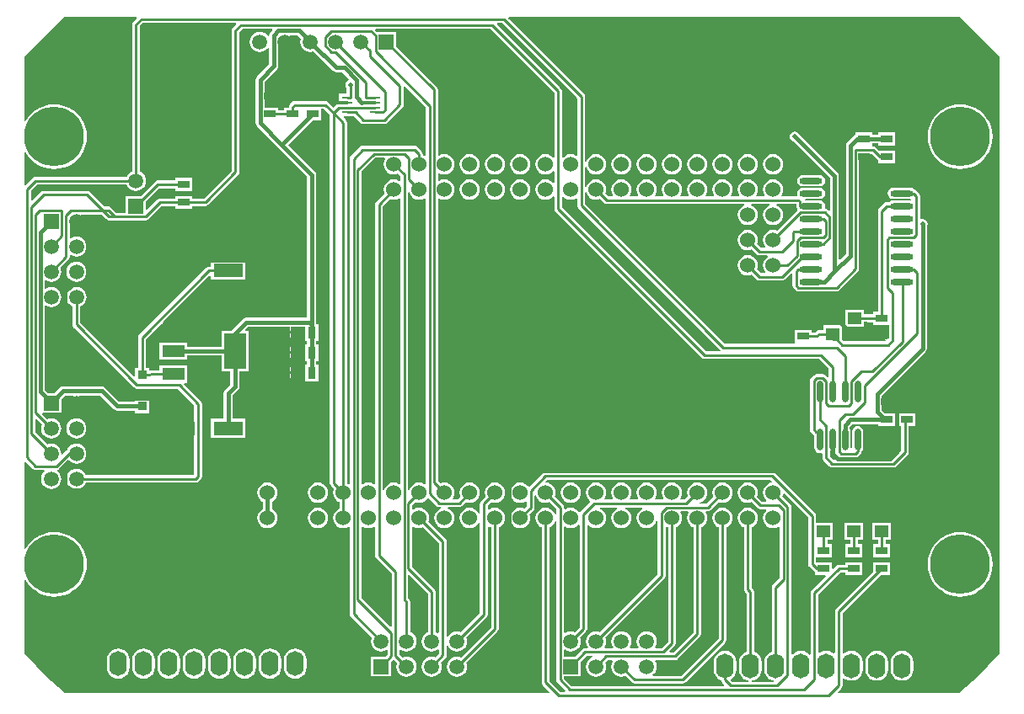
<source format=gtl>
G04 Layer_Physical_Order=1*
G04 Layer_Color=255*
%FSLAX25Y25*%
%MOIN*%
G70*
G01*
G75*
%ADD10R,0.04724X0.03150*%
%ADD11O,0.09055X0.02362*%
%ADD12R,0.05512X0.04724*%
%ADD13O,0.02362X0.08661*%
%ADD14R,0.05512X0.04724*%
%ADD15R,0.04409X0.01063*%
%ADD16R,0.03150X0.04724*%
%ADD17R,0.03740X0.03543*%
%ADD18R,0.11811X0.05512*%
%ADD19R,0.08800X0.04800*%
%ADD20R,0.08661X0.14173*%
%ADD21C,0.01500*%
%ADD22C,0.01000*%
%ADD23C,0.01276*%
%ADD24R,0.05905X0.05905*%
%ADD25C,0.05905*%
%ADD26R,0.05905X0.05905*%
%ADD27C,0.06000*%
%ADD28O,0.06890X0.09842*%
%ADD29C,0.23622*%
%ADD30C,0.01968*%
G36*
X266585Y75621D02*
X266506Y75517D01*
X266103Y74544D01*
X265966Y73500D01*
X266103Y72456D01*
X266506Y71483D01*
X267147Y70647D01*
X267983Y70006D01*
X268471Y69804D01*
Y28170D01*
X260566Y20266D01*
X259282D01*
X259090Y20728D01*
X261081Y22719D01*
X261413Y23215D01*
X261529Y23800D01*
Y69804D01*
X262017Y70006D01*
X262853Y70647D01*
X263494Y71483D01*
X263897Y72456D01*
X264035Y73500D01*
X263897Y74544D01*
X263494Y75517D01*
X263415Y75621D01*
X263636Y76069D01*
X266364D01*
X266585Y75621D01*
D02*
G37*
G36*
X48297Y271260D02*
X46919Y269881D01*
X46587Y269385D01*
X46471Y268800D01*
Y210645D01*
X46007Y210453D01*
X45181Y209819D01*
X44547Y208993D01*
X44355Y208529D01*
X8400D01*
X7815Y208413D01*
X7319Y208081D01*
X4370Y205133D01*
X3908Y205324D01*
Y218255D01*
X4408Y218396D01*
X5352Y216856D01*
X6661Y215323D01*
X8195Y214013D01*
X9914Y212959D01*
X11777Y212188D01*
X13738Y211717D01*
X15748Y211559D01*
X17758Y211717D01*
X19719Y212188D01*
X21582Y212959D01*
X23301Y214013D01*
X24835Y215323D01*
X26144Y216856D01*
X27198Y218575D01*
X27970Y220438D01*
X28440Y222399D01*
X28599Y224409D01*
X28440Y226420D01*
X27970Y228380D01*
X27198Y230243D01*
X26144Y231963D01*
X24835Y233496D01*
X23301Y234806D01*
X21582Y235859D01*
X19719Y236631D01*
X17758Y237102D01*
X15748Y237260D01*
X13738Y237102D01*
X11777Y236631D01*
X9914Y235859D01*
X8195Y234806D01*
X6661Y233496D01*
X5352Y231963D01*
X4408Y230423D01*
X3908Y230564D01*
Y255802D01*
X8699Y260913D01*
X14717Y266931D01*
X19828Y271722D01*
X48106D01*
X48297Y271260D01*
D02*
G37*
G36*
X257983Y70006D02*
X258471Y69804D01*
Y24433D01*
X255966Y21929D01*
X253433D01*
X253212Y22378D01*
X253453Y22692D01*
X253851Y23653D01*
X253987Y24685D01*
X253851Y25717D01*
X253453Y26678D01*
X252819Y27504D01*
X251993Y28138D01*
X251032Y28536D01*
X250000Y28672D01*
X248968Y28536D01*
X248007Y28138D01*
X247181Y27504D01*
X246547Y26678D01*
X246149Y25717D01*
X246013Y24685D01*
X246149Y23653D01*
X246547Y22692D01*
X246788Y22378D01*
X246567Y21929D01*
X243433D01*
X243212Y22378D01*
X243453Y22692D01*
X243851Y23653D01*
X243987Y24685D01*
X243851Y25717D01*
X243453Y26678D01*
X242819Y27504D01*
X241993Y28138D01*
X241032Y28536D01*
X240000Y28672D01*
X238968Y28536D01*
X238007Y28138D01*
X237181Y27504D01*
X236547Y26678D01*
X236149Y25717D01*
X236013Y24685D01*
X236149Y23653D01*
X236547Y22692D01*
X236788Y22378D01*
X236567Y21929D01*
X233433D01*
X233212Y22378D01*
X233453Y22692D01*
X233851Y23653D01*
X233987Y24685D01*
X233851Y25717D01*
X233659Y26181D01*
X256981Y49504D01*
X257313Y50000D01*
X257429Y50585D01*
Y69865D01*
X257878Y70086D01*
X257983Y70006D01*
D02*
G37*
G36*
X378858Y266931D02*
X384876Y260913D01*
X389667Y255802D01*
Y19993D01*
X384876Y14882D01*
X378858Y8864D01*
X373747Y4073D01*
X325789D01*
X325598Y4535D01*
X327081Y6019D01*
X327413Y6515D01*
X327529Y7100D01*
Y9954D01*
X328029Y10200D01*
X328758Y9641D01*
X329840Y9193D01*
X331000Y9040D01*
X332160Y9193D01*
X333242Y9641D01*
X334170Y10353D01*
X334883Y11282D01*
X335331Y12363D01*
X335483Y13524D01*
Y16476D01*
X335331Y17637D01*
X334883Y18718D01*
X334170Y19647D01*
X333242Y20359D01*
X332160Y20807D01*
X331000Y20960D01*
X329840Y20807D01*
X328758Y20359D01*
X328029Y19800D01*
X327529Y20046D01*
Y35824D01*
X342588Y50882D01*
X346362D01*
Y56032D01*
X339638D01*
Y52258D01*
X324919Y37538D01*
X324587Y37042D01*
X324471Y36457D01*
Y20046D01*
X323971Y19800D01*
X323242Y20359D01*
X322160Y20807D01*
X321000Y20960D01*
X319840Y20807D01*
X318758Y20359D01*
X318378Y20067D01*
X317929Y20288D01*
Y43123D01*
X326733Y51928D01*
X328638D01*
Y50882D01*
X335362D01*
Y56032D01*
X328638D01*
Y54986D01*
X326100D01*
X325515Y54870D01*
X325019Y54538D01*
X323824Y53344D01*
X323362Y53535D01*
Y56032D01*
X316972D01*
Y57968D01*
X323362D01*
Y63118D01*
X321529D01*
Y64732D01*
X323756D01*
Y71456D01*
X316972D01*
Y74357D01*
X316856Y74942D01*
X316524Y75438D01*
X300781Y91181D01*
X300285Y91513D01*
X299700Y91629D01*
X209849D01*
X209263Y91513D01*
X208767Y91181D01*
X203592Y86007D01*
X203093Y86039D01*
X202853Y86353D01*
X202017Y86994D01*
X201044Y87397D01*
X200000Y87534D01*
X198956Y87397D01*
X197983Y86994D01*
X197147Y86353D01*
X196506Y85517D01*
X196103Y84544D01*
X195966Y83500D01*
X196103Y82456D01*
X196506Y81483D01*
X197147Y80647D01*
X197983Y80006D01*
X198956Y79603D01*
X200000Y79466D01*
X201044Y79603D01*
X202017Y80006D01*
X202122Y80086D01*
X202571Y79865D01*
Y78233D01*
X201532Y77195D01*
X201044Y77397D01*
X200000Y77535D01*
X198956Y77397D01*
X197983Y76994D01*
X197147Y76353D01*
X196506Y75517D01*
X196103Y74544D01*
X195966Y73500D01*
X196103Y72456D01*
X196506Y71483D01*
X197147Y70647D01*
X197983Y70006D01*
X198956Y69603D01*
X200000Y69466D01*
X201044Y69603D01*
X202017Y70006D01*
X202853Y70647D01*
X203494Y71483D01*
X203897Y72456D01*
X204034Y73500D01*
X203897Y74544D01*
X203695Y75032D01*
X205181Y76519D01*
X205513Y77015D01*
X205629Y77600D01*
Y82352D01*
X206103Y82456D01*
X206506Y81483D01*
X207147Y80647D01*
X207983Y80006D01*
X208956Y79603D01*
X210000Y79466D01*
X211044Y79603D01*
X211532Y79805D01*
X214271Y77066D01*
Y74949D01*
X213771Y74849D01*
X213494Y75517D01*
X212853Y76353D01*
X212017Y76994D01*
X211044Y77397D01*
X210000Y77535D01*
X208956Y77397D01*
X207983Y76994D01*
X207147Y76353D01*
X206506Y75517D01*
X206103Y74544D01*
X205965Y73500D01*
X206103Y72456D01*
X206506Y71483D01*
X207147Y70647D01*
X207983Y70006D01*
X208471Y69804D01*
Y8400D01*
X208587Y7815D01*
X208919Y7319D01*
X211702Y4535D01*
X211510Y4073D01*
X19828D01*
X14717Y8864D01*
X8699Y14882D01*
X3908Y19993D01*
Y48964D01*
X4408Y49105D01*
X5352Y47565D01*
X6661Y46031D01*
X8195Y44722D01*
X9914Y43668D01*
X11777Y42897D01*
X13738Y42426D01*
X15748Y42268D01*
X17758Y42426D01*
X19719Y42897D01*
X21582Y43668D01*
X23301Y44722D01*
X24835Y46031D01*
X26144Y47565D01*
X27198Y49284D01*
X27970Y51147D01*
X28440Y53108D01*
X28599Y55118D01*
X28440Y57129D01*
X27970Y59089D01*
X27198Y60952D01*
X26144Y62672D01*
X24835Y64205D01*
X23301Y65515D01*
X21582Y66568D01*
X19719Y67340D01*
X17758Y67811D01*
X15748Y67969D01*
X13738Y67811D01*
X11777Y67340D01*
X9914Y66568D01*
X8195Y65515D01*
X6661Y64205D01*
X5352Y62672D01*
X4408Y61132D01*
X3908Y61273D01*
Y95676D01*
X4370Y95867D01*
X7319Y92919D01*
X7815Y92587D01*
X8400Y92471D01*
X11709D01*
X11878Y91971D01*
X11681Y91819D01*
X11047Y90993D01*
X10649Y90032D01*
X10513Y89000D01*
X10649Y87968D01*
X11047Y87007D01*
X11681Y86181D01*
X12507Y85547D01*
X13468Y85149D01*
X14500Y85013D01*
X15532Y85149D01*
X16493Y85547D01*
X17319Y86181D01*
X17953Y87007D01*
X18351Y87968D01*
X18487Y89000D01*
X18351Y90032D01*
X17953Y90993D01*
X17319Y91819D01*
X17004Y92061D01*
X17086Y92579D01*
X17115Y92606D01*
X17583Y92919D01*
X21050Y96386D01*
X21549Y96353D01*
X21681Y96181D01*
X22507Y95547D01*
X23468Y95149D01*
X24500Y95013D01*
X25532Y95149D01*
X26493Y95547D01*
X27319Y96181D01*
X27953Y97007D01*
X28351Y97968D01*
X28487Y99000D01*
X28351Y100032D01*
X27953Y100993D01*
X27319Y101819D01*
X26493Y102453D01*
X25532Y102851D01*
X24500Y102987D01*
X23468Y102851D01*
X22507Y102453D01*
X21681Y101819D01*
X21047Y100993D01*
X20765Y100312D01*
X20420Y100081D01*
X18908Y98569D01*
X18459Y98790D01*
X18487Y99000D01*
X18351Y100032D01*
X17953Y100993D01*
X17319Y101819D01*
X16493Y102453D01*
X15532Y102851D01*
X14500Y102987D01*
X13468Y102851D01*
X13004Y102659D01*
X8129Y107534D01*
Y112554D01*
X8591Y112746D01*
X10841Y110496D01*
X10649Y110032D01*
X10513Y109000D01*
X10649Y107968D01*
X11047Y107007D01*
X11681Y106181D01*
X12507Y105547D01*
X13468Y105149D01*
X14500Y105013D01*
X15532Y105149D01*
X16493Y105547D01*
X17319Y106181D01*
X17953Y107007D01*
X18351Y107968D01*
X18487Y109000D01*
X18351Y110032D01*
X17953Y110993D01*
X17319Y111819D01*
X16493Y112453D01*
X15532Y112851D01*
X14500Y112987D01*
X13468Y112851D01*
X13004Y112659D01*
X11078Y114585D01*
X11269Y115047D01*
X18453D01*
Y120429D01*
X20039Y122016D01*
X23272D01*
X23372Y121516D01*
X23110Y121407D01*
X22535Y120966D01*
X22093Y120390D01*
X21815Y119719D01*
X21786Y119500D01*
X24500D01*
X27214D01*
X27185Y119719D01*
X26907Y120390D01*
X26465Y120966D01*
X25890Y121407D01*
X25628Y121516D01*
X25727Y122016D01*
X33760D01*
X39238Y116537D01*
X39238Y116537D01*
X39817Y116150D01*
X40500Y116015D01*
X40500Y116015D01*
X47630D01*
Y115027D01*
X53370D01*
Y120571D01*
X47630D01*
Y119583D01*
X41239D01*
X35761Y125062D01*
X35182Y125449D01*
X34499Y125584D01*
X19300D01*
X19300Y125584D01*
X18617Y125449D01*
X18038Y125062D01*
X18038Y125062D01*
X15929Y122953D01*
X13071D01*
X11884Y124139D01*
Y157459D01*
X12333Y157681D01*
X12507Y157547D01*
X13468Y157149D01*
X14500Y157013D01*
X15532Y157149D01*
X16493Y157547D01*
X17319Y158181D01*
X17953Y159007D01*
X18351Y159968D01*
X18487Y161000D01*
X18351Y162032D01*
X17953Y162993D01*
X17319Y163819D01*
X16493Y164453D01*
X15532Y164851D01*
X14500Y164987D01*
X13468Y164851D01*
X12507Y164453D01*
X12333Y164319D01*
X11884Y164541D01*
Y167459D01*
X12333Y167681D01*
X12507Y167547D01*
X13468Y167149D01*
X14500Y167013D01*
X15532Y167149D01*
X16493Y167547D01*
X17319Y168181D01*
X17953Y169007D01*
X18351Y169968D01*
X18487Y171000D01*
X18351Y172032D01*
X18159Y172496D01*
X21381Y175719D01*
X21713Y176215D01*
X21829Y176800D01*
Y177502D01*
X22278Y177723D01*
X22507Y177547D01*
X23468Y177149D01*
X24500Y177013D01*
X25532Y177149D01*
X26493Y177547D01*
X27319Y178181D01*
X27953Y179007D01*
X28351Y179968D01*
X28487Y181000D01*
X28351Y182032D01*
X27953Y182993D01*
X27319Y183819D01*
X26493Y184453D01*
X25532Y184851D01*
X24500Y184987D01*
X23468Y184851D01*
X22507Y184453D01*
X22278Y184277D01*
X21829Y184498D01*
Y189132D01*
X22329Y189302D01*
X22535Y189034D01*
X23110Y188593D01*
X23781Y188315D01*
X24000Y188286D01*
Y191000D01*
X24500D01*
Y191500D01*
X27214D01*
X27185Y191719D01*
X26907Y192390D01*
X26465Y192965D01*
X26198Y193171D01*
X26368Y193671D01*
X34367Y193671D01*
X36319Y191719D01*
X36815Y191387D01*
X37400Y191271D01*
X52000D01*
X52585Y191387D01*
X53081Y191719D01*
X58290Y196928D01*
X63638D01*
Y195882D01*
X70362D01*
Y196928D01*
X75457D01*
X76042Y197044D01*
X76538Y197376D01*
X88481Y209319D01*
X88813Y209815D01*
X88929Y210400D01*
Y265866D01*
X90134Y267071D01*
X101894D01*
X102085Y266609D01*
X101238Y265762D01*
X100852Y265183D01*
X100716Y264500D01*
Y264472D01*
X100216Y264302D01*
X99819Y264819D01*
X98993Y265453D01*
X98032Y265851D01*
X97000Y265987D01*
X95968Y265851D01*
X95007Y265453D01*
X94181Y264819D01*
X93547Y263993D01*
X93149Y263032D01*
X93013Y262000D01*
X93149Y260968D01*
X93547Y260007D01*
X94181Y259181D01*
X95007Y258547D01*
X95968Y258149D01*
X97000Y258013D01*
X98032Y258149D01*
X98993Y258547D01*
X99819Y259181D01*
X100216Y259698D01*
X100716Y259528D01*
Y253139D01*
X95838Y248262D01*
X95451Y247683D01*
X95316Y247000D01*
Y229743D01*
X95451Y229060D01*
X95838Y228481D01*
X104431Y219888D01*
X104431Y219888D01*
X115759Y208561D01*
Y152784D01*
X91600D01*
X91600Y152784D01*
X90917Y152648D01*
X90338Y152262D01*
X90338Y152262D01*
X85939Y147863D01*
X85755Y147587D01*
X81871D01*
Y141284D01*
X68200D01*
Y142900D01*
X57400D01*
Y136100D01*
X68200D01*
Y137716D01*
X81871D01*
Y131413D01*
X85417D01*
Y126291D01*
X83187Y124062D01*
X82801Y123483D01*
X82665Y122800D01*
Y112756D01*
X77543D01*
Y105244D01*
X91355D01*
Y112756D01*
X86233D01*
Y122061D01*
X88463Y124290D01*
X88463Y124290D01*
X88850Y124869D01*
X88985Y125552D01*
X88985Y125552D01*
Y131413D01*
X92532D01*
Y147587D01*
X91363D01*
X91172Y148048D01*
X92339Y149216D01*
X108600D01*
X109079Y149165D01*
X109079Y148716D01*
Y147500D01*
X110457D01*
X111835D01*
X111835Y149165D01*
X112314Y149216D01*
X114968D01*
Y143638D01*
X115759D01*
Y142362D01*
X114968D01*
Y135638D01*
X115759D01*
Y134362D01*
X114968D01*
Y127638D01*
X120118D01*
Y134362D01*
X119327D01*
Y135638D01*
X120118D01*
Y142362D01*
X119327D01*
Y143638D01*
X120118D01*
Y150362D01*
X119327D01*
Y209300D01*
X119192Y209983D01*
X118805Y210562D01*
X108216Y221150D01*
X117948Y230882D01*
X121362D01*
Y235471D01*
X122366D01*
X124668Y233169D01*
Y87303D01*
X124784Y86717D01*
X125116Y86221D01*
X126305Y85032D01*
X126103Y84544D01*
X125965Y83500D01*
X126103Y82456D01*
X126506Y81483D01*
X127147Y80647D01*
X127983Y80006D01*
X128471Y79804D01*
Y77196D01*
X127983Y76994D01*
X127147Y76353D01*
X126506Y75517D01*
X126103Y74544D01*
X125965Y73500D01*
X126103Y72456D01*
X126506Y71483D01*
X127147Y70647D01*
X127983Y70006D01*
X128956Y69603D01*
X130000Y69466D01*
X131044Y69603D01*
X132017Y70006D01*
X132121Y70085D01*
X132569Y69864D01*
Y35586D01*
X132686Y35001D01*
X133017Y34505D01*
X141341Y26181D01*
X141149Y25717D01*
X141013Y24685D01*
X141149Y23653D01*
X141547Y22692D01*
X142181Y21866D01*
X143007Y21232D01*
X143968Y20834D01*
X145000Y20698D01*
X146032Y20834D01*
X146993Y21232D01*
X147073Y21294D01*
X147522Y21072D01*
Y19370D01*
X146790Y18638D01*
X141047D01*
Y10732D01*
X148953D01*
Y16475D01*
X150000Y17522D01*
X151341Y16181D01*
X151149Y15717D01*
X151013Y14685D01*
X151149Y13653D01*
X151547Y12692D01*
X152181Y11866D01*
X153007Y11232D01*
X153968Y10834D01*
X155000Y10698D01*
X156032Y10834D01*
X156993Y11232D01*
X157819Y11866D01*
X158453Y12692D01*
X158851Y13653D01*
X158987Y14685D01*
X158851Y15717D01*
X158453Y16678D01*
X157819Y17504D01*
X156993Y18138D01*
X156032Y18536D01*
X155000Y18672D01*
X153968Y18536D01*
X153504Y18344D01*
X152229Y19618D01*
Y21263D01*
X152678Y21485D01*
X153007Y21232D01*
X153968Y20834D01*
X155000Y20698D01*
X156032Y20834D01*
X156993Y21232D01*
X157819Y21866D01*
X158453Y22692D01*
X158851Y23653D01*
X158987Y24685D01*
X158851Y25717D01*
X158453Y26678D01*
X157819Y27504D01*
X156993Y28138D01*
X156529Y28330D01*
Y40300D01*
X156413Y40885D01*
X156081Y41381D01*
X155628Y41835D01*
Y50856D01*
X156090Y51047D01*
X163471Y43666D01*
Y28330D01*
X163007Y28138D01*
X162181Y27504D01*
X161547Y26678D01*
X161149Y25717D01*
X161013Y24685D01*
X161149Y23653D01*
X161547Y22692D01*
X162181Y21866D01*
X163007Y21232D01*
X163968Y20834D01*
X165000Y20698D01*
X166032Y20834D01*
X166993Y21232D01*
X167371Y21522D01*
X167871Y21275D01*
Y19718D01*
X166496Y18344D01*
X166032Y18536D01*
X165000Y18672D01*
X163968Y18536D01*
X163007Y18138D01*
X162181Y17504D01*
X161547Y16678D01*
X161149Y15717D01*
X161013Y14685D01*
X161149Y13653D01*
X161547Y12692D01*
X162181Y11866D01*
X163007Y11232D01*
X163968Y10834D01*
X165000Y10698D01*
X166032Y10834D01*
X166993Y11232D01*
X167819Y11866D01*
X168453Y12692D01*
X168851Y13653D01*
X168987Y14685D01*
X168851Y15717D01*
X168659Y16181D01*
X170481Y18004D01*
X170813Y18500D01*
X170929Y19085D01*
Y22877D01*
X171429Y22976D01*
X171547Y22692D01*
X172181Y21866D01*
X173007Y21232D01*
X173968Y20834D01*
X175000Y20698D01*
X176032Y20834D01*
X176993Y21232D01*
X177819Y21866D01*
X178453Y22692D01*
X178851Y23653D01*
X178987Y24685D01*
X178851Y25717D01*
X178659Y26181D01*
X186681Y34204D01*
X187013Y34700D01*
X187129Y35285D01*
Y70031D01*
X187629Y70277D01*
X187983Y70006D01*
X188471Y69804D01*
Y30318D01*
X176496Y18344D01*
X176032Y18536D01*
X175000Y18672D01*
X173968Y18536D01*
X173007Y18138D01*
X172181Y17504D01*
X171547Y16678D01*
X171149Y15717D01*
X171013Y14685D01*
X171149Y13653D01*
X171547Y12692D01*
X172181Y11866D01*
X173007Y11232D01*
X173968Y10834D01*
X175000Y10698D01*
X176032Y10834D01*
X176993Y11232D01*
X177819Y11866D01*
X178453Y12692D01*
X178851Y13653D01*
X178987Y14685D01*
X178851Y15717D01*
X178659Y16181D01*
X191081Y28604D01*
X191413Y29100D01*
X191529Y29685D01*
Y69804D01*
X192017Y70006D01*
X192853Y70647D01*
X193494Y71483D01*
X193897Y72456D01*
X194035Y73500D01*
X193897Y74544D01*
X193494Y75517D01*
X192853Y76353D01*
X192017Y76994D01*
X191044Y77397D01*
X190000Y77535D01*
X188956Y77397D01*
X187983Y76994D01*
X187629Y76723D01*
X187129Y76969D01*
Y78466D01*
X188468Y79805D01*
X188956Y79603D01*
X190000Y79466D01*
X191044Y79603D01*
X192017Y80006D01*
X192853Y80647D01*
X193494Y81483D01*
X193897Y82456D01*
X194035Y83500D01*
X193897Y84544D01*
X193494Y85517D01*
X192853Y86353D01*
X192017Y86994D01*
X191044Y87397D01*
X190000Y87534D01*
X188956Y87397D01*
X187983Y86994D01*
X187147Y86353D01*
X186506Y85517D01*
X186103Y84544D01*
X185966Y83500D01*
X186103Y82456D01*
X186305Y81968D01*
X184519Y80181D01*
X184187Y79685D01*
X184071Y79100D01*
Y75432D01*
X183571Y75332D01*
X183494Y75517D01*
X182853Y76353D01*
X182017Y76994D01*
X181044Y77397D01*
X180000Y77535D01*
X178956Y77397D01*
X177983Y76994D01*
X177147Y76353D01*
X176506Y75517D01*
X176103Y74544D01*
X175965Y73500D01*
X176103Y72456D01*
X176506Y71483D01*
X177147Y70647D01*
X177983Y70006D01*
X178956Y69603D01*
X180000Y69466D01*
X181044Y69603D01*
X182017Y70006D01*
X182853Y70647D01*
X183494Y71483D01*
X183571Y71668D01*
X184071Y71568D01*
Y35919D01*
X176496Y28344D01*
X176032Y28536D01*
X175000Y28672D01*
X173968Y28536D01*
X173007Y28138D01*
X172181Y27504D01*
X171547Y26678D01*
X171429Y26394D01*
X170929Y26493D01*
Y64100D01*
X170813Y64685D01*
X170481Y65181D01*
X163695Y71968D01*
X163897Y72456D01*
X164034Y73500D01*
X163897Y74544D01*
X163494Y75517D01*
X162853Y76353D01*
X162017Y76994D01*
X161044Y77397D01*
X160000Y77535D01*
X158956Y77397D01*
X157983Y76994D01*
X157678Y76760D01*
X157229Y76981D01*
Y78566D01*
X158468Y79805D01*
X158956Y79603D01*
X160000Y79466D01*
X161044Y79603D01*
X162017Y80006D01*
X162853Y80647D01*
X163257Y81173D01*
X163905Y81232D01*
X166919Y78219D01*
X167415Y77887D01*
X168000Y77771D01*
X168551D01*
X168650Y77271D01*
X167983Y76994D01*
X167147Y76353D01*
X166506Y75517D01*
X166103Y74544D01*
X165965Y73500D01*
X166103Y72456D01*
X166506Y71483D01*
X167147Y70647D01*
X167983Y70006D01*
X168956Y69603D01*
X170000Y69466D01*
X171044Y69603D01*
X172017Y70006D01*
X172853Y70647D01*
X173494Y71483D01*
X173897Y72456D01*
X174035Y73500D01*
X173897Y74544D01*
X173494Y75517D01*
X172853Y76353D01*
X172017Y76994D01*
X171350Y77271D01*
X171449Y77771D01*
X175800D01*
X176385Y77887D01*
X176881Y78219D01*
X178468Y79805D01*
X178956Y79603D01*
X180000Y79466D01*
X181044Y79603D01*
X182017Y80006D01*
X182853Y80647D01*
X183494Y81483D01*
X183897Y82456D01*
X184035Y83500D01*
X183897Y84544D01*
X183494Y85517D01*
X182853Y86353D01*
X182017Y86994D01*
X181044Y87397D01*
X180000Y87534D01*
X178956Y87397D01*
X177983Y86994D01*
X177147Y86353D01*
X176506Y85517D01*
X176103Y84544D01*
X175965Y83500D01*
X176103Y82456D01*
X176305Y81968D01*
X175166Y80829D01*
X173558D01*
X173337Y81278D01*
X173494Y81483D01*
X173897Y82456D01*
X174035Y83500D01*
X173897Y84544D01*
X173494Y85517D01*
X172853Y86353D01*
X172017Y86994D01*
X171044Y87397D01*
X170000Y87534D01*
X168956Y87397D01*
X168468Y87195D01*
X167429Y88234D01*
Y199865D01*
X167878Y200086D01*
X167983Y200006D01*
X168956Y199603D01*
X170000Y199466D01*
X171044Y199603D01*
X172017Y200006D01*
X172853Y200647D01*
X173494Y201483D01*
X173897Y202456D01*
X174035Y203500D01*
X173897Y204544D01*
X173494Y205517D01*
X172853Y206353D01*
X172017Y206994D01*
X171044Y207397D01*
X170000Y207535D01*
X168956Y207397D01*
X167983Y206994D01*
X167878Y206913D01*
X167429Y207135D01*
Y209865D01*
X167878Y210086D01*
X167983Y210006D01*
X168956Y209603D01*
X170000Y209466D01*
X171044Y209603D01*
X172017Y210006D01*
X172853Y210647D01*
X173494Y211483D01*
X173897Y212456D01*
X174035Y213500D01*
X173897Y214544D01*
X173494Y215517D01*
X172853Y216353D01*
X172017Y216994D01*
X171044Y217397D01*
X170000Y217534D01*
X168956Y217397D01*
X167983Y216994D01*
X167878Y216914D01*
X167429Y217135D01*
Y243100D01*
X167313Y243685D01*
X166981Y244181D01*
X150953Y260210D01*
Y265953D01*
X143410D01*
X142754Y266609D01*
X142946Y267071D01*
X188366D01*
X213471Y241967D01*
Y216325D01*
X212997Y216165D01*
X212853Y216353D01*
X212017Y216994D01*
X211044Y217397D01*
X210000Y217534D01*
X208956Y217397D01*
X207983Y216994D01*
X207147Y216353D01*
X206506Y215517D01*
X206103Y214544D01*
X205965Y213500D01*
X206103Y212456D01*
X206506Y211483D01*
X207147Y210647D01*
X207983Y210006D01*
X208956Y209603D01*
X210000Y209466D01*
X211044Y209603D01*
X212017Y210006D01*
X212853Y210647D01*
X212997Y210835D01*
X213471Y210675D01*
Y206326D01*
X212997Y206165D01*
X212853Y206353D01*
X212017Y206994D01*
X211044Y207397D01*
X210000Y207535D01*
X208956Y207397D01*
X207983Y206994D01*
X207147Y206353D01*
X206506Y205517D01*
X206103Y204544D01*
X205965Y203500D01*
X206103Y202456D01*
X206506Y201483D01*
X207147Y200647D01*
X207983Y200006D01*
X208956Y199603D01*
X210000Y199466D01*
X211044Y199603D01*
X212017Y200006D01*
X212853Y200647D01*
X212997Y200835D01*
X213471Y200675D01*
Y195800D01*
X213587Y195215D01*
X213919Y194719D01*
X271819Y136819D01*
X272315Y136487D01*
X272900Y136371D01*
X318166D01*
X321971Y132566D01*
Y129446D01*
X321509Y129254D01*
X320781Y129981D01*
X320285Y130313D01*
X319700Y130429D01*
X317200D01*
X316615Y130313D01*
X316119Y129981D01*
X315019Y128881D01*
X314687Y128385D01*
X314571Y127800D01*
Y108500D01*
X314687Y107915D01*
X315019Y107419D01*
X315819Y106619D01*
X316276Y106313D01*
Y101402D01*
X316445Y100551D01*
X316928Y99829D01*
X317649Y99347D01*
X318500Y99178D01*
X318971Y99271D01*
X319471Y98871D01*
Y97400D01*
X319587Y96815D01*
X319919Y96319D01*
X322319Y93919D01*
X322815Y93587D01*
X323400Y93471D01*
X347600D01*
X348185Y93587D01*
X348681Y93919D01*
X353181Y98419D01*
X353513Y98915D01*
X353629Y99500D01*
Y109882D01*
X356362D01*
Y115032D01*
X349638D01*
Y109882D01*
X350571D01*
Y100134D01*
X346967Y96529D01*
X324033D01*
X322529Y98033D01*
Y100265D01*
X323000Y100517D01*
Y104551D01*
X324000D01*
Y100552D01*
X324071Y100599D01*
X324522Y100420D01*
X324571Y100378D01*
Y99900D01*
X324687Y99315D01*
X325019Y98819D01*
X325919Y97919D01*
X326415Y97587D01*
X327000Y97471D01*
X332700D01*
X333285Y97587D01*
X333781Y97919D01*
X334581Y98719D01*
X334913Y99215D01*
X335029Y99800D01*
Y99800D01*
X335072Y99829D01*
X335555Y100551D01*
X335724Y101402D01*
Y107701D01*
X335555Y108552D01*
X335072Y109273D01*
X334351Y109755D01*
X333500Y109925D01*
X332649Y109755D01*
X331927Y109273D01*
X331445Y108552D01*
X331276Y107701D01*
Y101402D01*
X331277Y101396D01*
X331000Y101058D01*
X330723Y101396D01*
X330724Y101402D01*
Y107701D01*
X330555Y108552D01*
X330284Y108956D01*
Y109461D01*
X331496Y110673D01*
X341638D01*
Y109882D01*
X348362D01*
Y115032D01*
X344048D01*
X342884Y116196D01*
Y118165D01*
X344500D01*
Y119543D01*
Y120921D01*
X342884D01*
Y121861D01*
X360362Y139338D01*
X360362Y139338D01*
X360749Y139917D01*
X360884Y140600D01*
Y188899D01*
X360969Y189026D01*
X361123Y189800D01*
X360969Y190574D01*
X360531Y191231D01*
X359874Y191669D01*
X359100Y191823D01*
X358629Y191729D01*
X358129Y192094D01*
Y201000D01*
X358013Y201585D01*
X357681Y202081D01*
X356681Y203081D01*
X356185Y203413D01*
X355901Y203469D01*
X355832Y203573D01*
X355111Y204054D01*
X354260Y204224D01*
X347567D01*
X346716Y204054D01*
X345994Y203573D01*
X345512Y202851D01*
X345343Y202000D01*
X345512Y201149D01*
X345994Y200428D01*
X346716Y199945D01*
X347567Y199776D01*
X354260D01*
X354571Y199500D01*
X354266Y199229D01*
X354229Y199224D01*
X347567D01*
X346716Y199055D01*
X345994Y198573D01*
X345966Y198529D01*
X345000D01*
X344415Y198413D01*
X343919Y198081D01*
X341919Y196081D01*
X341587Y195585D01*
X341471Y195000D01*
Y155118D01*
X339638D01*
Y154072D01*
X338136D01*
X337600Y154179D01*
X336087D01*
Y156012D01*
X328575D01*
Y149287D01*
X336087D01*
Y151120D01*
X337171D01*
X337707Y151014D01*
X339638D01*
Y149968D01*
X345802D01*
Y144781D01*
X345665Y144690D01*
X345165Y144957D01*
Y144957D01*
X343500D01*
Y144079D01*
X344302D01*
X344569Y143579D01*
X344468Y143429D01*
X328033D01*
X327425Y144038D01*
Y149713D01*
X319913D01*
Y147880D01*
X318193D01*
X317608Y147763D01*
X317112Y147432D01*
X316667Y146986D01*
X315362D01*
Y148032D01*
X308638D01*
Y142882D01*
X308284Y142529D01*
X281033D01*
X225629Y197933D01*
Y202352D01*
X226103Y202456D01*
X226506Y201483D01*
X227147Y200647D01*
X227983Y200006D01*
X228956Y199603D01*
X230000Y199466D01*
X231044Y199603D01*
X231532Y199805D01*
X233119Y198219D01*
X233615Y197887D01*
X234200Y197771D01*
X288551D01*
X288650Y197271D01*
X287983Y196994D01*
X287147Y196353D01*
X286506Y195517D01*
X286103Y194544D01*
X285965Y193500D01*
X286103Y192456D01*
X286506Y191483D01*
X287147Y190647D01*
X287983Y190006D01*
X288956Y189603D01*
X290000Y189465D01*
X291044Y189603D01*
X292017Y190006D01*
X292853Y190647D01*
X293494Y191483D01*
X293897Y192456D01*
X294035Y193500D01*
X293897Y194544D01*
X293494Y195517D01*
X292853Y196353D01*
X292017Y196994D01*
X291350Y197271D01*
X291449Y197771D01*
X298551D01*
X298651Y197271D01*
X297983Y196994D01*
X297147Y196353D01*
X296506Y195517D01*
X296103Y194544D01*
X295966Y193500D01*
X296103Y192456D01*
X296506Y191483D01*
X297147Y190647D01*
X297983Y190006D01*
X298956Y189603D01*
X300000Y189465D01*
X301044Y189603D01*
X302017Y190006D01*
X302853Y190647D01*
X303494Y191483D01*
X303897Y192456D01*
X304034Y193500D01*
X303897Y194544D01*
X303494Y195517D01*
X302853Y196353D01*
X302017Y196994D01*
X301349Y197271D01*
X301449Y197771D01*
X309171D01*
Y197000D01*
X309287Y196415D01*
X309604Y195940D01*
X309637Y195875D01*
X309640Y195303D01*
X301532Y187195D01*
X301044Y187397D01*
X300000Y187534D01*
X298956Y187397D01*
X297983Y186994D01*
X297147Y186353D01*
X296506Y185517D01*
X296103Y184544D01*
X295966Y183500D01*
X296103Y182456D01*
X296506Y181483D01*
X296854Y181029D01*
X296607Y180529D01*
X295133D01*
X293695Y181968D01*
X293897Y182456D01*
X294035Y183500D01*
X293897Y184544D01*
X293494Y185517D01*
X292853Y186353D01*
X292017Y186994D01*
X291044Y187397D01*
X290000Y187534D01*
X288956Y187397D01*
X287983Y186994D01*
X287147Y186353D01*
X286506Y185517D01*
X286103Y184544D01*
X285965Y183500D01*
X286103Y182456D01*
X286506Y181483D01*
X287147Y180647D01*
X287983Y180006D01*
X288956Y179603D01*
X290000Y179465D01*
X291044Y179603D01*
X291532Y179805D01*
X293419Y177919D01*
X293915Y177587D01*
X294500Y177471D01*
X297700D01*
X297955Y177024D01*
X297952Y176971D01*
X297147Y176353D01*
X296506Y175517D01*
X296103Y174544D01*
X295966Y173500D01*
X296103Y172456D01*
X296506Y171483D01*
X296854Y171029D01*
X296607Y170529D01*
X295133D01*
X293695Y171968D01*
X293897Y172456D01*
X294035Y173500D01*
X293897Y174544D01*
X293494Y175517D01*
X292853Y176353D01*
X292017Y176994D01*
X291044Y177397D01*
X290000Y177534D01*
X288956Y177397D01*
X287983Y176994D01*
X287147Y176353D01*
X286506Y175517D01*
X286103Y174544D01*
X285965Y173500D01*
X286103Y172456D01*
X286506Y171483D01*
X287147Y170647D01*
X287983Y170006D01*
X288956Y169603D01*
X290000Y169465D01*
X291044Y169603D01*
X291532Y169805D01*
X293419Y167919D01*
X293915Y167587D01*
X294500Y167471D01*
X303500D01*
X304085Y167587D01*
X304581Y167919D01*
X307209Y170546D01*
X307671Y170354D01*
Y165520D01*
X307787Y164935D01*
X308119Y164439D01*
X308939Y163619D01*
X309435Y163287D01*
X310020Y163171D01*
X325100D01*
X325685Y163287D01*
X326181Y163619D01*
X333621Y171058D01*
X333952Y171554D01*
X334069Y172139D01*
Y215079D01*
X335500D01*
Y216457D01*
X336000D01*
Y216957D01*
X338165D01*
Y217671D01*
X338966D01*
X341262Y215376D01*
X341638Y215124D01*
Y213882D01*
X348362D01*
Y219032D01*
X341931D01*
X340681Y220281D01*
X340185Y220613D01*
X339751Y220699D01*
X339362Y220968D01*
Y221759D01*
X341638D01*
Y220968D01*
X348362D01*
Y226118D01*
X341638D01*
Y225327D01*
X339362D01*
Y226118D01*
X332638D01*
Y225216D01*
X332517Y225191D01*
X331938Y224805D01*
X331938Y224805D01*
X329338Y222205D01*
X328952Y221626D01*
X328816Y220943D01*
Y178092D01*
X326546Y175822D01*
X326084Y176014D01*
Y208800D01*
X325949Y209483D01*
X325562Y210062D01*
X325562Y210062D01*
X310499Y225124D01*
X310469Y225274D01*
X310031Y225931D01*
X309374Y226369D01*
X308600Y226523D01*
X307826Y226369D01*
X307169Y225931D01*
X306731Y225274D01*
X306577Y224500D01*
X306731Y223726D01*
X307169Y223069D01*
X307826Y222631D01*
X307976Y222601D01*
X322516Y208061D01*
Y195299D01*
X322054Y195108D01*
X321680Y195481D01*
X321184Y195813D01*
X320902Y195869D01*
X320581Y196086D01*
X320543Y196429D01*
X320657Y197000D01*
X320488Y197851D01*
X320005Y198573D01*
X319284Y199055D01*
X318433Y199224D01*
X312587D01*
X312556Y199276D01*
X312839Y199776D01*
X318433D01*
X319284Y199945D01*
X320005Y200428D01*
X320488Y201149D01*
X320657Y202000D01*
X320488Y202851D01*
X320005Y203573D01*
X319284Y204054D01*
X318433Y204224D01*
X311740D01*
X310889Y204054D01*
X310168Y203573D01*
X309686Y202851D01*
X309516Y202000D01*
X309650Y201329D01*
X309344Y200829D01*
X303558D01*
X303337Y201278D01*
X303494Y201483D01*
X303897Y202456D01*
X304034Y203500D01*
X303897Y204544D01*
X303494Y205517D01*
X302853Y206353D01*
X302017Y206994D01*
X301044Y207397D01*
X300000Y207535D01*
X298956Y207397D01*
X297983Y206994D01*
X297147Y206353D01*
X296506Y205517D01*
X296103Y204544D01*
X295966Y203500D01*
X296103Y202456D01*
X296506Y201483D01*
X296663Y201278D01*
X296442Y200829D01*
X293558D01*
X293337Y201278D01*
X293494Y201483D01*
X293897Y202456D01*
X294035Y203500D01*
X293897Y204544D01*
X293494Y205517D01*
X292853Y206353D01*
X292017Y206994D01*
X291044Y207397D01*
X290000Y207535D01*
X288956Y207397D01*
X287983Y206994D01*
X287147Y206353D01*
X286506Y205517D01*
X286103Y204544D01*
X285965Y203500D01*
X286103Y202456D01*
X286506Y201483D01*
X286663Y201278D01*
X286442Y200829D01*
X283558D01*
X283337Y201278D01*
X283494Y201483D01*
X283897Y202456D01*
X284034Y203500D01*
X283897Y204544D01*
X283494Y205517D01*
X282853Y206353D01*
X282017Y206994D01*
X281044Y207397D01*
X280000Y207535D01*
X278956Y207397D01*
X277983Y206994D01*
X277147Y206353D01*
X276506Y205517D01*
X276103Y204544D01*
X275965Y203500D01*
X276103Y202456D01*
X276506Y201483D01*
X276663Y201278D01*
X276442Y200829D01*
X273558D01*
X273337Y201278D01*
X273494Y201483D01*
X273897Y202456D01*
X274035Y203500D01*
X273897Y204544D01*
X273494Y205517D01*
X272853Y206353D01*
X272017Y206994D01*
X271044Y207397D01*
X270000Y207535D01*
X268956Y207397D01*
X267983Y206994D01*
X267147Y206353D01*
X266506Y205517D01*
X266103Y204544D01*
X265966Y203500D01*
X266103Y202456D01*
X266506Y201483D01*
X266663Y201278D01*
X266442Y200829D01*
X263558D01*
X263337Y201278D01*
X263494Y201483D01*
X263897Y202456D01*
X264035Y203500D01*
X263897Y204544D01*
X263494Y205517D01*
X262853Y206353D01*
X262017Y206994D01*
X261044Y207397D01*
X260000Y207535D01*
X258956Y207397D01*
X257983Y206994D01*
X257147Y206353D01*
X256506Y205517D01*
X256103Y204544D01*
X255965Y203500D01*
X256103Y202456D01*
X256506Y201483D01*
X256663Y201278D01*
X256442Y200829D01*
X253558D01*
X253337Y201278D01*
X253494Y201483D01*
X253897Y202456D01*
X254034Y203500D01*
X253897Y204544D01*
X253494Y205517D01*
X252853Y206353D01*
X252017Y206994D01*
X251044Y207397D01*
X250000Y207535D01*
X248956Y207397D01*
X247983Y206994D01*
X247147Y206353D01*
X246506Y205517D01*
X246103Y204544D01*
X245966Y203500D01*
X246103Y202456D01*
X246506Y201483D01*
X246663Y201278D01*
X246442Y200829D01*
X243558D01*
X243337Y201278D01*
X243494Y201483D01*
X243897Y202456D01*
X244035Y203500D01*
X243897Y204544D01*
X243494Y205517D01*
X242853Y206353D01*
X242017Y206994D01*
X241044Y207397D01*
X240000Y207535D01*
X238956Y207397D01*
X237983Y206994D01*
X237147Y206353D01*
X236506Y205517D01*
X236103Y204544D01*
X235965Y203500D01*
X236103Y202456D01*
X236506Y201483D01*
X236663Y201278D01*
X236442Y200829D01*
X234834D01*
X233695Y201968D01*
X233897Y202456D01*
X234034Y203500D01*
X233897Y204544D01*
X233494Y205517D01*
X232853Y206353D01*
X232017Y206994D01*
X231044Y207397D01*
X230000Y207535D01*
X228956Y207397D01*
X227983Y206994D01*
X227147Y206353D01*
X226506Y205517D01*
X226103Y204544D01*
X225629Y204648D01*
Y212352D01*
X226103Y212456D01*
X226506Y211483D01*
X227147Y210647D01*
X227983Y210006D01*
X228956Y209603D01*
X230000Y209466D01*
X231044Y209603D01*
X232017Y210006D01*
X232853Y210647D01*
X233494Y211483D01*
X233897Y212456D01*
X234034Y213500D01*
X233897Y214544D01*
X233494Y215517D01*
X232853Y216353D01*
X232017Y216994D01*
X231044Y217397D01*
X230000Y217534D01*
X228956Y217397D01*
X227983Y216994D01*
X227147Y216353D01*
X226506Y215517D01*
X226103Y214544D01*
X225629Y214648D01*
Y240300D01*
X225513Y240885D01*
X225181Y241381D01*
X195303Y271260D01*
X195494Y271722D01*
X373747D01*
X378858Y266931D01*
D02*
G37*
G36*
X222571Y239667D02*
Y217135D01*
X222122Y216914D01*
X222017Y216994D01*
X221044Y217397D01*
X220000Y217534D01*
X218956Y217397D01*
X217983Y216994D01*
X217147Y216353D01*
X217003Y216165D01*
X216529Y216325D01*
Y242600D01*
X216413Y243185D01*
X216081Y243681D01*
X190854Y268909D01*
X191046Y269371D01*
X192867D01*
X222571Y239667D01*
D02*
G37*
G36*
X313914Y73724D02*
Y55214D01*
X314030Y54629D01*
X314362Y54133D01*
X316119Y52376D01*
X316615Y52044D01*
X316638Y52039D01*
Y50882D01*
X320709D01*
X320900Y50420D01*
X315319Y44838D01*
X314987Y44342D01*
X314871Y43757D01*
Y19511D01*
X314397Y19351D01*
X314170Y19647D01*
X313242Y20359D01*
X312160Y20807D01*
X311000Y20960D01*
X309840Y20807D01*
X308758Y20359D01*
X307830Y19647D01*
X307703Y19481D01*
X307229Y19642D01*
Y77800D01*
X307113Y78385D01*
X306781Y78881D01*
X303695Y81968D01*
X303897Y82456D01*
X303964Y82966D01*
X304492Y83145D01*
X313914Y73724D01*
D02*
G37*
G36*
X157983Y70006D02*
X158956Y69603D01*
X160000Y69466D01*
X161044Y69603D01*
X161532Y69805D01*
X167871Y63467D01*
Y28095D01*
X167371Y27848D01*
X166993Y28138D01*
X166529Y28330D01*
Y44300D01*
X166413Y44885D01*
X166081Y45381D01*
X157229Y54233D01*
Y70019D01*
X157678Y70240D01*
X157983Y70006D01*
D02*
G37*
G36*
X223471Y70675D02*
Y30318D01*
X221496Y28344D01*
X221032Y28536D01*
X220000Y28672D01*
X218968Y28536D01*
X218007Y28138D01*
X217778Y27962D01*
X217329Y28183D01*
Y69942D01*
X217778Y70163D01*
X217983Y70006D01*
X218956Y69603D01*
X220000Y69466D01*
X221044Y69603D01*
X222017Y70006D01*
X222853Y70647D01*
X222997Y70835D01*
X223471Y70675D01*
D02*
G37*
G36*
X248402Y77168D02*
X247983Y76994D01*
X247147Y76353D01*
X246506Y75517D01*
X246103Y74544D01*
X245966Y73500D01*
X246103Y72456D01*
X246506Y71483D01*
X247147Y70647D01*
X247983Y70006D01*
X248956Y69603D01*
X250000Y69466D01*
X251044Y69603D01*
X252017Y70006D01*
X252853Y70647D01*
X253494Y71483D01*
X253897Y72456D01*
X254371Y72352D01*
Y51218D01*
X231496Y28344D01*
X231032Y28536D01*
X230000Y28672D01*
X228968Y28536D01*
X228007Y28138D01*
X227181Y27504D01*
X226547Y26678D01*
X226149Y25717D01*
X226013Y24685D01*
X226149Y23653D01*
X226547Y22692D01*
X226788Y22378D01*
X226567Y21929D01*
X225715D01*
X225130Y21813D01*
X224634Y21481D01*
X221790Y18638D01*
X217329D01*
Y21187D01*
X217778Y21408D01*
X218007Y21232D01*
X218968Y20834D01*
X220000Y20698D01*
X221032Y20834D01*
X221993Y21232D01*
X222819Y21866D01*
X223453Y22692D01*
X223851Y23653D01*
X223987Y24685D01*
X223851Y25717D01*
X223659Y26181D01*
X226081Y28604D01*
X226413Y29100D01*
X226529Y29685D01*
Y70675D01*
X227003Y70835D01*
X227147Y70647D01*
X227983Y70006D01*
X228956Y69603D01*
X230000Y69466D01*
X231044Y69603D01*
X232017Y70006D01*
X232853Y70647D01*
X233494Y71483D01*
X233897Y72456D01*
X234034Y73500D01*
X233897Y74544D01*
X233494Y75517D01*
X232853Y76353D01*
X232017Y76994D01*
X231598Y77168D01*
X231697Y77668D01*
X238303D01*
X238402Y77168D01*
X237983Y76994D01*
X237147Y76353D01*
X236506Y75517D01*
X236103Y74544D01*
X235965Y73500D01*
X236103Y72456D01*
X236506Y71483D01*
X237147Y70647D01*
X237983Y70006D01*
X238956Y69603D01*
X240000Y69466D01*
X241044Y69603D01*
X242017Y70006D01*
X242853Y70647D01*
X243494Y71483D01*
X243897Y72456D01*
X244035Y73500D01*
X243897Y74544D01*
X243494Y75517D01*
X242853Y76353D01*
X242017Y76994D01*
X241598Y77168D01*
X241697Y77668D01*
X248303D01*
X248402Y77168D01*
D02*
G37*
G36*
X156506Y201483D02*
X157147Y200647D01*
X157983Y200006D01*
X158956Y199603D01*
X160000Y199466D01*
X161044Y199603D01*
X162017Y200006D01*
X162222Y200163D01*
X162671Y199942D01*
Y87058D01*
X162222Y86837D01*
X162017Y86994D01*
X161044Y87397D01*
X160000Y87534D01*
X158956Y87397D01*
X157983Y86994D01*
X157147Y86353D01*
X156506Y85517D01*
X156103Y84544D01*
X155628Y84645D01*
Y202355D01*
X156103Y202456D01*
X156506Y201483D01*
D02*
G37*
G36*
X137983Y70006D02*
X138956Y69603D01*
X140000Y69466D01*
X141044Y69603D01*
X142017Y70006D01*
X142121Y70085D01*
X142569Y69864D01*
Y58701D01*
X142686Y58116D01*
X143017Y57620D01*
X149171Y51467D01*
Y30646D01*
X148709Y30454D01*
X137229Y41934D01*
Y70019D01*
X137678Y70240D01*
X137983Y70006D01*
D02*
G37*
G36*
X87646Y268909D02*
X86319Y267581D01*
X85987Y267085D01*
X85871Y266500D01*
Y211034D01*
X74823Y199986D01*
X70362D01*
Y201032D01*
X63638D01*
Y199986D01*
X57657D01*
X57072Y199870D01*
X56576Y199538D01*
X52415Y195378D01*
X51953Y195569D01*
Y198790D01*
X57177Y204014D01*
X63638D01*
Y202968D01*
X70362D01*
Y208118D01*
X63638D01*
Y207072D01*
X56543D01*
X55958Y206956D01*
X55462Y206624D01*
X49790Y200953D01*
X44047D01*
Y194329D01*
X40233D01*
X38281Y196281D01*
X37785Y196613D01*
X37200Y196729D01*
X35634D01*
X29781Y202581D01*
X29285Y202913D01*
X28700Y203029D01*
X11500D01*
X10915Y202913D01*
X10419Y202581D01*
X6891Y199054D01*
X6429Y199246D01*
Y202867D01*
X9033Y205471D01*
X44355D01*
X44547Y205007D01*
X45181Y204181D01*
X46007Y203547D01*
X46968Y203149D01*
X48000Y203013D01*
X49032Y203149D01*
X49993Y203547D01*
X50819Y204181D01*
X51453Y205007D01*
X51851Y205968D01*
X51987Y207000D01*
X51851Y208032D01*
X51453Y208993D01*
X50819Y209819D01*
X49993Y210453D01*
X49529Y210645D01*
Y268166D01*
X50734Y269371D01*
X87454D01*
X87646Y268909D01*
D02*
G37*
G36*
X146587Y215622D02*
X146506Y215517D01*
X146103Y214544D01*
X145966Y213500D01*
X146103Y212456D01*
X146506Y211483D01*
X147147Y210647D01*
X147983Y210006D01*
X148956Y209603D01*
X150000Y209466D01*
X151044Y209603D01*
X151532Y209805D01*
X152569Y208768D01*
Y207136D01*
X152121Y206915D01*
X152017Y206994D01*
X151044Y207397D01*
X150000Y207535D01*
X148956Y207397D01*
X147983Y206994D01*
X147147Y206353D01*
X146506Y205517D01*
X146103Y204544D01*
X145966Y203500D01*
X146103Y202456D01*
X146305Y201968D01*
X143017Y198680D01*
X142686Y198184D01*
X142569Y197599D01*
Y87136D01*
X142121Y86915D01*
X142017Y86994D01*
X141044Y87397D01*
X140000Y87534D01*
X138956Y87397D01*
X137983Y86994D01*
X137678Y86760D01*
X137229Y86981D01*
Y210566D01*
X142734Y216071D01*
X146365D01*
X146587Y215622D01*
D02*
G37*
G36*
X299645Y87992D02*
X299466Y87464D01*
X298956Y87397D01*
X297983Y86994D01*
X297147Y86353D01*
X296506Y85517D01*
X296103Y84544D01*
X295966Y83500D01*
X296103Y82456D01*
X296506Y81483D01*
X297147Y80647D01*
X297335Y80503D01*
X297175Y80029D01*
X295634D01*
X293695Y81968D01*
X293897Y82456D01*
X294035Y83500D01*
X293897Y84544D01*
X293494Y85517D01*
X292853Y86353D01*
X292017Y86994D01*
X291044Y87397D01*
X290000Y87534D01*
X288956Y87397D01*
X287983Y86994D01*
X287147Y86353D01*
X286506Y85517D01*
X286103Y84544D01*
X285965Y83500D01*
X286103Y82456D01*
X286506Y81483D01*
X287147Y80647D01*
X287983Y80006D01*
X288956Y79603D01*
X290000Y79466D01*
X291044Y79603D01*
X291532Y79805D01*
X293919Y77419D01*
X294415Y77087D01*
X295000Y76971D01*
X297175D01*
X297335Y76497D01*
X297147Y76353D01*
X296506Y75517D01*
X296103Y74544D01*
X295966Y73500D01*
X296103Y72456D01*
X296506Y71483D01*
X297147Y70647D01*
X297983Y70006D01*
X298956Y69603D01*
X300000Y69466D01*
X301044Y69603D01*
X302017Y70006D01*
X302122Y70086D01*
X302571Y69865D01*
Y49733D01*
X299919Y47081D01*
X299587Y46585D01*
X299471Y46000D01*
Y20654D01*
X298758Y20359D01*
X297830Y19647D01*
X297117Y18718D01*
X296670Y17637D01*
X296517Y16476D01*
Y13524D01*
X296670Y12363D01*
X297117Y11282D01*
X297830Y10353D01*
X298758Y9641D01*
X299840Y9193D01*
X300324Y9129D01*
X300291Y8629D01*
X291709D01*
X291676Y9129D01*
X292160Y9193D01*
X293242Y9641D01*
X294170Y10353D01*
X294883Y11282D01*
X295331Y12363D01*
X295483Y13524D01*
Y16476D01*
X295331Y17637D01*
X294883Y18718D01*
X294170Y19647D01*
X293242Y20359D01*
X292529Y20654D01*
Y44300D01*
X292413Y44885D01*
X292081Y45381D01*
X291529Y45933D01*
Y69804D01*
X292017Y70006D01*
X292853Y70647D01*
X293494Y71483D01*
X293897Y72456D01*
X294035Y73500D01*
X293897Y74544D01*
X293494Y75517D01*
X292853Y76353D01*
X292017Y76994D01*
X291044Y77397D01*
X290000Y77535D01*
X288956Y77397D01*
X287983Y76994D01*
X287147Y76353D01*
X286506Y75517D01*
X286103Y74544D01*
X285965Y73500D01*
X286103Y72456D01*
X286506Y71483D01*
X287147Y70647D01*
X287983Y70006D01*
X288471Y69804D01*
Y45300D01*
X288587Y44715D01*
X288919Y44219D01*
X289471Y43666D01*
Y20654D01*
X288758Y20359D01*
X287830Y19647D01*
X287117Y18718D01*
X286669Y17637D01*
X286517Y16476D01*
Y13524D01*
X286669Y12363D01*
X287117Y11282D01*
X287830Y10353D01*
X288758Y9641D01*
X289840Y9193D01*
X290324Y9129D01*
X290291Y8629D01*
X283933D01*
X283367Y9196D01*
X283461Y9809D01*
X284170Y10353D01*
X284883Y11282D01*
X285331Y12363D01*
X285483Y13524D01*
Y16476D01*
X285331Y17637D01*
X284883Y18718D01*
X284170Y19647D01*
X283242Y20359D01*
X282160Y20807D01*
X281000Y20960D01*
X279840Y20807D01*
X278758Y20359D01*
X277830Y19647D01*
X277117Y18718D01*
X276670Y17637D01*
X276517Y16476D01*
Y13524D01*
X276670Y12363D01*
X277117Y11282D01*
X277830Y10353D01*
X278758Y9641D01*
X279482Y9341D01*
X279587Y8815D01*
X279919Y8319D01*
X280746Y7491D01*
X280554Y7029D01*
X220334D01*
X217329Y10034D01*
Y10732D01*
X223953D01*
Y16475D01*
X226348Y18871D01*
X228469D01*
X228569Y18371D01*
X228007Y18138D01*
X227181Y17504D01*
X226547Y16678D01*
X226149Y15717D01*
X226013Y14685D01*
X226149Y13653D01*
X226547Y12692D01*
X227181Y11866D01*
X228007Y11232D01*
X228968Y10834D01*
X230000Y10698D01*
X231032Y10834D01*
X231993Y11232D01*
X232819Y11866D01*
X233453Y12692D01*
X233851Y13653D01*
X233987Y14685D01*
X233851Y15717D01*
X233659Y16181D01*
X234685Y17207D01*
X236387D01*
X236609Y16758D01*
X236547Y16678D01*
X236149Y15717D01*
X236013Y14685D01*
X236149Y13653D01*
X236547Y12692D01*
X237181Y11866D01*
X238007Y11232D01*
X238968Y10834D01*
X240000Y10698D01*
X241032Y10834D01*
X241496Y11026D01*
X244104Y8419D01*
X244600Y8087D01*
X245185Y7971D01*
X264400D01*
X264985Y8087D01*
X265481Y8419D01*
X281081Y24019D01*
X281413Y24515D01*
X281529Y25100D01*
Y69804D01*
X282017Y70006D01*
X282853Y70647D01*
X283494Y71483D01*
X283897Y72456D01*
X284034Y73500D01*
X283897Y74544D01*
X283494Y75517D01*
X282853Y76353D01*
X282017Y76994D01*
X281044Y77397D01*
X280000Y77535D01*
X278956Y77397D01*
X277983Y76994D01*
X277147Y76353D01*
X276506Y75517D01*
X276103Y74544D01*
X275965Y73500D01*
X276103Y72456D01*
X276506Y71483D01*
X277147Y70647D01*
X277983Y70006D01*
X278471Y69804D01*
Y25734D01*
X263767Y11029D01*
X252550D01*
X252381Y11529D01*
X252819Y11866D01*
X253453Y12692D01*
X253851Y13653D01*
X253987Y14685D01*
X253851Y15717D01*
X253453Y16678D01*
X253391Y16758D01*
X253612Y17207D01*
X261200D01*
X261785Y17323D01*
X262281Y17655D01*
X271081Y26455D01*
X271413Y26951D01*
X271529Y27536D01*
Y69804D01*
X272017Y70006D01*
X272853Y70647D01*
X273494Y71483D01*
X273897Y72456D01*
X274035Y73500D01*
X273897Y74544D01*
X273494Y75517D01*
X273415Y75621D01*
X273636Y76069D01*
X274099D01*
X274684Y76186D01*
X275180Y76517D01*
X278468Y79805D01*
X278956Y79603D01*
X280000Y79466D01*
X281044Y79603D01*
X282017Y80006D01*
X282853Y80647D01*
X283494Y81483D01*
X283897Y82456D01*
X284034Y83500D01*
X283897Y84544D01*
X283494Y85517D01*
X282853Y86353D01*
X282017Y86994D01*
X281044Y87397D01*
X280000Y87534D01*
X278956Y87397D01*
X277983Y86994D01*
X277147Y86353D01*
X276506Y85517D01*
X276103Y84544D01*
X275965Y83500D01*
X276103Y82456D01*
X276305Y81968D01*
X273465Y79128D01*
X271145D01*
X271044Y79603D01*
X272017Y80006D01*
X272853Y80647D01*
X273494Y81483D01*
X273897Y82456D01*
X274035Y83500D01*
X273897Y84544D01*
X273494Y85517D01*
X272853Y86353D01*
X272017Y86994D01*
X271044Y87397D01*
X270000Y87534D01*
X268956Y87397D01*
X267983Y86994D01*
X267147Y86353D01*
X266506Y85517D01*
X266103Y84544D01*
X265966Y83500D01*
X266103Y82456D01*
X266305Y81968D01*
X265064Y80727D01*
X263479D01*
X263258Y81175D01*
X263494Y81483D01*
X263897Y82456D01*
X264035Y83500D01*
X263897Y84544D01*
X263494Y85517D01*
X262853Y86353D01*
X262017Y86994D01*
X261044Y87397D01*
X260000Y87534D01*
X258956Y87397D01*
X257983Y86994D01*
X257147Y86353D01*
X256506Y85517D01*
X256103Y84544D01*
X255965Y83500D01*
X256103Y82456D01*
X256506Y81483D01*
X256742Y81175D01*
X256521Y80727D01*
X253479D01*
X253258Y81175D01*
X253494Y81483D01*
X253897Y82456D01*
X254034Y83500D01*
X253897Y84544D01*
X253494Y85517D01*
X252853Y86353D01*
X252017Y86994D01*
X251044Y87397D01*
X250000Y87534D01*
X248956Y87397D01*
X247983Y86994D01*
X247147Y86353D01*
X246506Y85517D01*
X246103Y84544D01*
X245966Y83500D01*
X246103Y82456D01*
X246506Y81483D01*
X246742Y81175D01*
X246521Y80727D01*
X243479D01*
X243258Y81175D01*
X243494Y81483D01*
X243897Y82456D01*
X244035Y83500D01*
X243897Y84544D01*
X243494Y85517D01*
X242853Y86353D01*
X242017Y86994D01*
X241044Y87397D01*
X240000Y87534D01*
X238956Y87397D01*
X237983Y86994D01*
X237147Y86353D01*
X236506Y85517D01*
X236103Y84544D01*
X235965Y83500D01*
X236103Y82456D01*
X236506Y81483D01*
X236742Y81175D01*
X236521Y80727D01*
X233479D01*
X233258Y81175D01*
X233494Y81483D01*
X233897Y82456D01*
X234034Y83500D01*
X233897Y84544D01*
X233494Y85517D01*
X232853Y86353D01*
X232017Y86994D01*
X231044Y87397D01*
X230000Y87534D01*
X228956Y87397D01*
X227983Y86994D01*
X227147Y86353D01*
X226506Y85517D01*
X226103Y84544D01*
X225965Y83500D01*
X226103Y82456D01*
X226506Y81483D01*
X227147Y80647D01*
X227603Y80297D01*
X227636Y79799D01*
X223919Y76081D01*
X223813Y75923D01*
X223198Y75903D01*
X222853Y76353D01*
X222017Y76994D01*
X221044Y77397D01*
X220000Y77535D01*
X218956Y77397D01*
X217983Y76994D01*
X217778Y76837D01*
X217329Y77058D01*
Y77700D01*
X217213Y78285D01*
X216881Y78781D01*
X213695Y81968D01*
X213897Y82456D01*
X214035Y83500D01*
X213897Y84544D01*
X213494Y85517D01*
X212853Y86353D01*
X212017Y86994D01*
X211044Y87397D01*
X210135Y87517D01*
X209896Y87985D01*
X210482Y88571D01*
X299066D01*
X299645Y87992D01*
D02*
G37*
G36*
X152569Y199864D02*
Y87136D01*
X152121Y86915D01*
X152017Y86994D01*
X151044Y87397D01*
X150000Y87534D01*
X148956Y87397D01*
X147983Y86994D01*
X147147Y86353D01*
X146506Y85517D01*
X146103Y84544D01*
X145628Y84645D01*
Y196965D01*
X148468Y199805D01*
X148956Y199603D01*
X150000Y199466D01*
X151044Y199603D01*
X152017Y200006D01*
X152121Y200085D01*
X152569Y199864D01*
D02*
G37*
G36*
X217147Y200647D02*
X217983Y200006D01*
X218956Y199603D01*
X220000Y199466D01*
X221044Y199603D01*
X222017Y200006D01*
X222122Y200086D01*
X222571Y199865D01*
Y197300D01*
X222687Y196715D01*
X223019Y196219D01*
X279308Y139929D01*
X279306Y139883D01*
X279151Y139429D01*
X273534D01*
X216529Y196433D01*
Y200675D01*
X217003Y200835D01*
X217147Y200647D01*
D02*
G37*
G36*
X162671Y236015D02*
Y217058D01*
X162222Y216837D01*
X162017Y216994D01*
X161529Y217196D01*
Y217400D01*
X161413Y217985D01*
X161081Y218481D01*
X159181Y220381D01*
X158685Y220713D01*
X158100Y220829D01*
X137700D01*
X137115Y220713D01*
X136619Y220381D01*
X133017Y216780D01*
X132686Y216284D01*
X132569Y215699D01*
Y87136D01*
X132121Y86915D01*
X132017Y86994D01*
X131529Y87196D01*
Y230000D01*
X131413Y230585D01*
X131081Y231081D01*
X130109Y232054D01*
X130300Y232516D01*
X134169D01*
X136766Y229919D01*
X137262Y229587D01*
X137847Y229471D01*
X146236D01*
X146822Y229587D01*
X147318Y229919D01*
X153481Y236082D01*
X153813Y236578D01*
X153929Y237164D01*
Y244049D01*
X154429Y244256D01*
X162671Y236015D01*
D02*
G37*
G36*
X214271Y72051D02*
Y9400D01*
X214387Y8815D01*
X214719Y8319D01*
X217946Y5091D01*
X217754Y4629D01*
X215933D01*
X211529Y9033D01*
Y69804D01*
X212017Y70006D01*
X212853Y70647D01*
X213494Y71483D01*
X213771Y72150D01*
X214271Y72051D01*
D02*
G37*
G36*
X113236Y263241D02*
X113149Y263032D01*
X113013Y262000D01*
X113149Y260968D01*
X113547Y260007D01*
X114181Y259181D01*
X115007Y258547D01*
X115968Y258149D01*
X117000Y258013D01*
X118032Y258149D01*
X118241Y258236D01*
X125938Y250538D01*
X126517Y250151D01*
X127200Y250016D01*
X127200Y250016D01*
X129761D01*
X132419Y247357D01*
X132255Y246815D01*
X132026Y246769D01*
X131369Y246331D01*
X130931Y245674D01*
X130777Y244900D01*
X130931Y244126D01*
X131271Y243617D01*
Y241484D01*
X128264D01*
Y238421D01*
X129003D01*
X129461Y238319D01*
Y237650D01*
X129003Y237547D01*
X128264D01*
Y237518D01*
X127815Y237429D01*
X127319Y237097D01*
X126192Y235971D01*
X124081Y238081D01*
X123585Y238413D01*
X123000Y238529D01*
X110800D01*
X110215Y238413D01*
X109719Y238081D01*
X108919Y237281D01*
X108587Y236785D01*
X108471Y236200D01*
Y236032D01*
X106638D01*
Y234986D01*
X104362D01*
Y236032D01*
X98884D01*
Y239165D01*
X100500D01*
Y240543D01*
Y241921D01*
X98884D01*
Y246261D01*
X103762Y251138D01*
X103762Y251138D01*
X104148Y251717D01*
X104284Y252400D01*
Y260191D01*
X104784Y260361D01*
X105034Y260034D01*
X105610Y259593D01*
X106281Y259315D01*
X106500Y259286D01*
Y262000D01*
X107000D01*
Y262500D01*
X109714D01*
X109685Y262719D01*
X109407Y263390D01*
X108966Y263966D01*
X108770Y264116D01*
X108940Y264616D01*
X111861D01*
X113236Y263241D01*
D02*
G37*
%LPC*%
G36*
X109500Y86261D02*
X109268Y86231D01*
X108586Y85949D01*
X108001Y85499D01*
X107551Y84914D01*
X107269Y84232D01*
X107238Y84000D01*
X109500D01*
Y86261D01*
D02*
G37*
G36*
X319500Y82071D02*
X317441D01*
Y80406D01*
X319500D01*
Y82071D01*
D02*
G37*
G36*
X110500Y86261D02*
Y84000D01*
X112761D01*
X112731Y84232D01*
X112449Y84914D01*
X111999Y85499D01*
X111414Y85949D01*
X110732Y86231D01*
X110500Y86261D01*
D02*
G37*
G36*
X112761Y83000D02*
X110500D01*
Y80739D01*
X110732Y80769D01*
X111414Y81051D01*
X111999Y81501D01*
X112449Y82086D01*
X112731Y82768D01*
X112761Y83000D01*
D02*
G37*
G36*
X334559Y82071D02*
X332500D01*
Y80406D01*
X334559D01*
Y82071D01*
D02*
G37*
G36*
X345559D02*
X343500D01*
Y80406D01*
X345559D01*
Y82071D01*
D02*
G37*
G36*
X109500Y83000D02*
X107238D01*
X107269Y82768D01*
X107551Y82086D01*
X108001Y81501D01*
X108586Y81051D01*
X109268Y80769D01*
X109500Y80739D01*
Y83000D01*
D02*
G37*
G36*
X331500Y82071D02*
X329441D01*
Y80406D01*
X331500D01*
Y82071D01*
D02*
G37*
G36*
X342500D02*
X340441D01*
Y80406D01*
X342500D01*
Y82071D01*
D02*
G37*
G36*
X322559D02*
X320500D01*
Y80406D01*
X322559D01*
Y82071D01*
D02*
G37*
G36*
X347165Y120921D02*
X345500D01*
Y120043D01*
X347165D01*
Y120921D01*
D02*
G37*
G36*
X355165D02*
X353500D01*
Y120043D01*
X355165D01*
Y120921D01*
D02*
G37*
G36*
X352500D02*
X350835D01*
Y120043D01*
X352500D01*
Y120921D01*
D02*
G37*
G36*
X109957Y130500D02*
X109079D01*
Y128835D01*
X109957D01*
Y130500D01*
D02*
G37*
G36*
X111835Y133165D02*
X110957D01*
Y131500D01*
X111835D01*
Y133165D01*
D02*
G37*
G36*
X109957D02*
X109079D01*
Y131500D01*
X109957D01*
Y133165D01*
D02*
G37*
G36*
X111835Y130500D02*
X110957D01*
Y128835D01*
X111835D01*
Y130500D01*
D02*
G37*
G36*
X355165Y119043D02*
X353500D01*
Y118165D01*
X355165D01*
Y119043D01*
D02*
G37*
G36*
X65051Y111559D02*
X59842D01*
Y109500D01*
X65051D01*
Y111559D01*
D02*
G37*
G36*
Y108500D02*
X59842D01*
Y106441D01*
X65051D01*
Y108500D01*
D02*
G37*
G36*
X24500Y112987D02*
X23468Y112851D01*
X22507Y112453D01*
X21681Y111819D01*
X21047Y110993D01*
X20649Y110032D01*
X20513Y109000D01*
X20649Y107968D01*
X21047Y107007D01*
X21681Y106181D01*
X22507Y105547D01*
X23468Y105149D01*
X24500Y105013D01*
X25532Y105149D01*
X26493Y105547D01*
X27319Y106181D01*
X27953Y107007D01*
X28351Y107968D01*
X28487Y109000D01*
X28351Y110032D01*
X27953Y110993D01*
X27319Y111819D01*
X26493Y112453D01*
X25532Y112851D01*
X24500Y112987D01*
D02*
G37*
G36*
X24000Y118500D02*
X21786D01*
X21815Y118281D01*
X22093Y117610D01*
X22535Y117034D01*
X23110Y116593D01*
X23781Y116315D01*
X24000Y116286D01*
Y118500D01*
D02*
G37*
G36*
X352500Y119043D02*
X350835D01*
Y118165D01*
X352500D01*
Y119043D01*
D02*
G37*
G36*
X347165D02*
X345500D01*
Y118165D01*
X347165D01*
Y119043D01*
D02*
G37*
G36*
X27214Y118500D02*
X25000D01*
Y116286D01*
X25219Y116315D01*
X25890Y116593D01*
X26465Y117034D01*
X26907Y117610D01*
X27185Y118281D01*
X27214Y118500D01*
D02*
G37*
G36*
X111000Y21708D02*
X109840Y21555D01*
X108758Y21107D01*
X107830Y20394D01*
X107117Y19466D01*
X106669Y18385D01*
X106517Y17224D01*
Y14272D01*
X106669Y13111D01*
X107117Y12030D01*
X107830Y11101D01*
X108758Y10389D01*
X109840Y9941D01*
X111000Y9788D01*
X112160Y9941D01*
X113242Y10389D01*
X114170Y11101D01*
X114883Y12030D01*
X115331Y13111D01*
X115483Y14272D01*
Y17224D01*
X115331Y18385D01*
X114883Y19466D01*
X114170Y20394D01*
X113242Y21107D01*
X112160Y21555D01*
X111000Y21708D01*
D02*
G37*
G36*
X101000D02*
X99840Y21555D01*
X98758Y21107D01*
X97830Y20394D01*
X97117Y19466D01*
X96670Y18385D01*
X96517Y17224D01*
Y14272D01*
X96670Y13111D01*
X97117Y12030D01*
X97830Y11101D01*
X98758Y10389D01*
X99840Y9941D01*
X101000Y9788D01*
X102160Y9941D01*
X103242Y10389D01*
X104170Y11101D01*
X104883Y12030D01*
X105331Y13111D01*
X105483Y14272D01*
Y17224D01*
X105331Y18385D01*
X104883Y19466D01*
X104170Y20394D01*
X103242Y21107D01*
X102160Y21555D01*
X101000Y21708D01*
D02*
G37*
G36*
X91000D02*
X89840Y21555D01*
X88758Y21107D01*
X87830Y20394D01*
X87117Y19466D01*
X86669Y18385D01*
X86517Y17224D01*
Y14272D01*
X86669Y13111D01*
X87117Y12030D01*
X87830Y11101D01*
X88758Y10389D01*
X89840Y9941D01*
X91000Y9788D01*
X92160Y9941D01*
X93242Y10389D01*
X94170Y11101D01*
X94883Y12030D01*
X95331Y13111D01*
X95483Y14272D01*
Y17224D01*
X95331Y18385D01*
X94883Y19466D01*
X94170Y20394D01*
X93242Y21107D01*
X92160Y21555D01*
X91000Y21708D01*
D02*
G37*
G36*
X346756Y71456D02*
X339244D01*
Y64732D01*
X341471D01*
Y63118D01*
X339638D01*
Y57968D01*
X346362D01*
Y63118D01*
X344529D01*
Y64732D01*
X346756D01*
Y71456D01*
D02*
G37*
G36*
X335756D02*
X328244D01*
Y64732D01*
X330471D01*
Y63118D01*
X328638D01*
Y57968D01*
X335362D01*
Y63118D01*
X333529D01*
Y64732D01*
X335756D01*
Y71456D01*
D02*
G37*
G36*
X374016Y67969D02*
X372006Y67811D01*
X370045Y67340D01*
X368182Y66568D01*
X366462Y65515D01*
X364929Y64205D01*
X363619Y62672D01*
X362566Y60952D01*
X361794Y59089D01*
X361323Y57129D01*
X361165Y55118D01*
X361323Y53108D01*
X361794Y51147D01*
X362566Y49284D01*
X363619Y47565D01*
X364929Y46031D01*
X366462Y44722D01*
X368182Y43668D01*
X370045Y42897D01*
X372006Y42426D01*
X374016Y42268D01*
X376026Y42426D01*
X377987Y42897D01*
X379850Y43668D01*
X381569Y44722D01*
X383103Y46031D01*
X384412Y47565D01*
X385466Y49284D01*
X386238Y51147D01*
X386708Y53108D01*
X386866Y55118D01*
X386708Y57129D01*
X386238Y59089D01*
X385466Y60952D01*
X384412Y62672D01*
X383103Y64205D01*
X381569Y65515D01*
X379850Y66568D01*
X377987Y67340D01*
X376026Y67811D01*
X374016Y67969D01*
D02*
G37*
G36*
X81000Y21708D02*
X79840Y21555D01*
X78758Y21107D01*
X77830Y20394D01*
X77117Y19466D01*
X76670Y18385D01*
X76517Y17224D01*
Y14272D01*
X76670Y13111D01*
X77117Y12030D01*
X77830Y11101D01*
X78758Y10389D01*
X79840Y9941D01*
X81000Y9788D01*
X82160Y9941D01*
X83242Y10389D01*
X84170Y11101D01*
X84883Y12030D01*
X85330Y13111D01*
X85483Y14272D01*
Y17224D01*
X85330Y18385D01*
X84883Y19466D01*
X84170Y20394D01*
X83242Y21107D01*
X82160Y21555D01*
X81000Y21708D01*
D02*
G37*
G36*
X41000D02*
X39840Y21555D01*
X38758Y21107D01*
X37830Y20394D01*
X37117Y19466D01*
X36669Y18385D01*
X36517Y17224D01*
Y14272D01*
X36669Y13111D01*
X37117Y12030D01*
X37830Y11101D01*
X38758Y10389D01*
X39840Y9941D01*
X41000Y9788D01*
X42160Y9941D01*
X43242Y10389D01*
X44170Y11101D01*
X44883Y12030D01*
X45331Y13111D01*
X45483Y14272D01*
Y17224D01*
X45331Y18385D01*
X44883Y19466D01*
X44170Y20394D01*
X43242Y21107D01*
X42160Y21555D01*
X41000Y21708D01*
D02*
G37*
G36*
X351000Y20960D02*
X349840Y20807D01*
X348758Y20359D01*
X347830Y19647D01*
X347117Y18718D01*
X346670Y17637D01*
X346517Y16476D01*
Y13524D01*
X346670Y12363D01*
X347117Y11282D01*
X347830Y10353D01*
X348758Y9641D01*
X349840Y9193D01*
X351000Y9040D01*
X352160Y9193D01*
X353242Y9641D01*
X354170Y10353D01*
X354883Y11282D01*
X355330Y12363D01*
X355483Y13524D01*
Y16476D01*
X355330Y17637D01*
X354883Y18718D01*
X354170Y19647D01*
X353242Y20359D01*
X352160Y20807D01*
X351000Y20960D01*
D02*
G37*
G36*
X341000D02*
X339840Y20807D01*
X338758Y20359D01*
X337830Y19647D01*
X337117Y18718D01*
X336669Y17637D01*
X336517Y16476D01*
Y13524D01*
X336669Y12363D01*
X337117Y11282D01*
X337830Y10353D01*
X338758Y9641D01*
X339840Y9193D01*
X341000Y9040D01*
X342160Y9193D01*
X343242Y9641D01*
X344170Y10353D01*
X344883Y11282D01*
X345331Y12363D01*
X345483Y13524D01*
Y16476D01*
X345331Y17637D01*
X344883Y18718D01*
X344170Y19647D01*
X343242Y20359D01*
X342160Y20807D01*
X341000Y20960D01*
D02*
G37*
G36*
X71000Y21708D02*
X69840Y21555D01*
X68758Y21107D01*
X67830Y20394D01*
X67117Y19466D01*
X66669Y18385D01*
X66517Y17224D01*
Y14272D01*
X66669Y13111D01*
X67117Y12030D01*
X67830Y11101D01*
X68758Y10389D01*
X69840Y9941D01*
X71000Y9788D01*
X72160Y9941D01*
X73242Y10389D01*
X74170Y11101D01*
X74883Y12030D01*
X75331Y13111D01*
X75483Y14272D01*
Y17224D01*
X75331Y18385D01*
X74883Y19466D01*
X74170Y20394D01*
X73242Y21107D01*
X72160Y21555D01*
X71000Y21708D01*
D02*
G37*
G36*
X61000D02*
X59840Y21555D01*
X58758Y21107D01*
X57830Y20394D01*
X57117Y19466D01*
X56669Y18385D01*
X56517Y17224D01*
Y14272D01*
X56669Y13111D01*
X57117Y12030D01*
X57830Y11101D01*
X58758Y10389D01*
X59840Y9941D01*
X61000Y9788D01*
X62160Y9941D01*
X63242Y10389D01*
X64170Y11101D01*
X64883Y12030D01*
X65330Y13111D01*
X65483Y14272D01*
Y17224D01*
X65330Y18385D01*
X64883Y19466D01*
X64170Y20394D01*
X63242Y21107D01*
X62160Y21555D01*
X61000Y21708D01*
D02*
G37*
G36*
X51000D02*
X49840Y21555D01*
X48758Y21107D01*
X47830Y20394D01*
X47117Y19466D01*
X46670Y18385D01*
X46517Y17224D01*
Y14272D01*
X46670Y13111D01*
X47117Y12030D01*
X47830Y11101D01*
X48758Y10389D01*
X49840Y9941D01*
X51000Y9788D01*
X52160Y9941D01*
X53242Y10389D01*
X54170Y11101D01*
X54883Y12030D01*
X55330Y13111D01*
X55483Y14272D01*
Y17224D01*
X55330Y18385D01*
X54883Y19466D01*
X54170Y20394D01*
X53242Y21107D01*
X52160Y21555D01*
X51000Y21708D01*
D02*
G37*
G36*
X100000Y87534D02*
X98956Y87397D01*
X97983Y86994D01*
X97147Y86353D01*
X96506Y85517D01*
X96103Y84544D01*
X95965Y83500D01*
X96103Y82456D01*
X96506Y81483D01*
X97147Y80647D01*
X97983Y80006D01*
X98216Y79909D01*
Y77091D01*
X97983Y76994D01*
X97147Y76353D01*
X96506Y75517D01*
X96103Y74544D01*
X95965Y73500D01*
X96103Y72456D01*
X96506Y71483D01*
X97147Y70647D01*
X97983Y70006D01*
X98956Y69603D01*
X100000Y69466D01*
X101044Y69603D01*
X102017Y70006D01*
X102853Y70647D01*
X103494Y71483D01*
X103897Y72456D01*
X104034Y73500D01*
X103897Y74544D01*
X103494Y75517D01*
X102853Y76353D01*
X102017Y76994D01*
X101784Y77091D01*
Y79909D01*
X102017Y80006D01*
X102853Y80647D01*
X103494Y81483D01*
X103897Y82456D01*
X104034Y83500D01*
X103897Y84544D01*
X103494Y85517D01*
X102853Y86353D01*
X102017Y86994D01*
X101044Y87397D01*
X100000Y87534D01*
D02*
G37*
G36*
X342500Y79406D02*
X340441D01*
Y77741D01*
X342500D01*
Y79406D01*
D02*
G37*
G36*
X334559D02*
X332500D01*
Y77741D01*
X334559D01*
Y79406D01*
D02*
G37*
G36*
X331500D02*
X329441D01*
Y77741D01*
X331500D01*
Y79406D01*
D02*
G37*
G36*
X120000Y87534D02*
X118956Y87397D01*
X117983Y86994D01*
X117147Y86353D01*
X116506Y85517D01*
X116103Y84544D01*
X115965Y83500D01*
X116103Y82456D01*
X116506Y81483D01*
X117147Y80647D01*
X117983Y80006D01*
X118956Y79603D01*
X120000Y79466D01*
X121044Y79603D01*
X122017Y80006D01*
X122853Y80647D01*
X123494Y81483D01*
X123897Y82456D01*
X124035Y83500D01*
X123897Y84544D01*
X123494Y85517D01*
X122853Y86353D01*
X122017Y86994D01*
X121044Y87397D01*
X120000Y87534D01*
D02*
G37*
G36*
X345559Y79406D02*
X343500D01*
Y77741D01*
X345559D01*
Y79406D01*
D02*
G37*
G36*
X322559D02*
X320500D01*
Y77741D01*
X322559D01*
Y79406D01*
D02*
G37*
G36*
X112761Y73000D02*
X110500D01*
Y70739D01*
X110732Y70769D01*
X111414Y71051D01*
X111999Y71501D01*
X112449Y72086D01*
X112731Y72768D01*
X112761Y73000D01*
D02*
G37*
G36*
X109500D02*
X107238D01*
X107269Y72768D01*
X107551Y72086D01*
X108001Y71501D01*
X108586Y71051D01*
X109268Y70769D01*
X109500Y70739D01*
Y73000D01*
D02*
G37*
G36*
X120000Y77535D02*
X118956Y77397D01*
X117983Y76994D01*
X117147Y76353D01*
X116506Y75517D01*
X116103Y74544D01*
X115965Y73500D01*
X116103Y72456D01*
X116506Y71483D01*
X117147Y70647D01*
X117983Y70006D01*
X118956Y69603D01*
X120000Y69466D01*
X121044Y69603D01*
X122017Y70006D01*
X122853Y70647D01*
X123494Y71483D01*
X123897Y72456D01*
X124035Y73500D01*
X123897Y74544D01*
X123494Y75517D01*
X122853Y76353D01*
X122017Y76994D01*
X121044Y77397D01*
X120000Y77535D01*
D02*
G37*
G36*
X319500Y79406D02*
X317441D01*
Y77741D01*
X319500D01*
Y79406D01*
D02*
G37*
G36*
X110500Y76262D02*
Y74000D01*
X112761D01*
X112731Y74232D01*
X112449Y74914D01*
X111999Y75499D01*
X111414Y75949D01*
X110732Y76231D01*
X110500Y76262D01*
D02*
G37*
G36*
X109500D02*
X109268Y76231D01*
X108586Y75949D01*
X108001Y75499D01*
X107551Y74914D01*
X107269Y74232D01*
X107238Y74000D01*
X109500D01*
Y76262D01*
D02*
G37*
G36*
X200000Y217534D02*
X198956Y217397D01*
X197983Y216994D01*
X197147Y216353D01*
X196506Y215517D01*
X196103Y214544D01*
X195966Y213500D01*
X196103Y212456D01*
X196506Y211483D01*
X197147Y210647D01*
X197983Y210006D01*
X198956Y209603D01*
X200000Y209466D01*
X201044Y209603D01*
X202017Y210006D01*
X202853Y210647D01*
X203494Y211483D01*
X203897Y212456D01*
X204034Y213500D01*
X203897Y214544D01*
X203494Y215517D01*
X202853Y216353D01*
X202017Y216994D01*
X201044Y217397D01*
X200000Y217534D01*
D02*
G37*
G36*
X190000D02*
X188956Y217397D01*
X187983Y216994D01*
X187147Y216353D01*
X186506Y215517D01*
X186103Y214544D01*
X185966Y213500D01*
X186103Y212456D01*
X186506Y211483D01*
X187147Y210647D01*
X187983Y210006D01*
X188956Y209603D01*
X190000Y209466D01*
X191044Y209603D01*
X192017Y210006D01*
X192853Y210647D01*
X193494Y211483D01*
X193897Y212456D01*
X194035Y213500D01*
X193897Y214544D01*
X193494Y215517D01*
X192853Y216353D01*
X192017Y216994D01*
X191044Y217397D01*
X190000Y217534D01*
D02*
G37*
G36*
X180000D02*
X178956Y217397D01*
X177983Y216994D01*
X177147Y216353D01*
X176506Y215517D01*
X176103Y214544D01*
X175965Y213500D01*
X176103Y212456D01*
X176506Y211483D01*
X177147Y210647D01*
X177983Y210006D01*
X178956Y209603D01*
X180000Y209466D01*
X181044Y209603D01*
X182017Y210006D01*
X182853Y210647D01*
X183494Y211483D01*
X183897Y212456D01*
X184035Y213500D01*
X183897Y214544D01*
X183494Y215517D01*
X182853Y216353D01*
X182017Y216994D01*
X181044Y217397D01*
X180000Y217534D01*
D02*
G37*
G36*
X240000D02*
X238956Y217397D01*
X237983Y216994D01*
X237147Y216353D01*
X236506Y215517D01*
X236103Y214544D01*
X235965Y213500D01*
X236103Y212456D01*
X236506Y211483D01*
X237147Y210647D01*
X237983Y210006D01*
X238956Y209603D01*
X240000Y209466D01*
X241044Y209603D01*
X242017Y210006D01*
X242853Y210647D01*
X243494Y211483D01*
X243897Y212456D01*
X244035Y213500D01*
X243897Y214544D01*
X243494Y215517D01*
X242853Y216353D01*
X242017Y216994D01*
X241044Y217397D01*
X240000Y217534D01*
D02*
G37*
G36*
X270000D02*
X268956Y217397D01*
X267983Y216994D01*
X267147Y216353D01*
X266506Y215517D01*
X266103Y214544D01*
X265966Y213500D01*
X266103Y212456D01*
X266506Y211483D01*
X267147Y210647D01*
X267983Y210006D01*
X268956Y209603D01*
X270000Y209466D01*
X271044Y209603D01*
X272017Y210006D01*
X272853Y210647D01*
X273494Y211483D01*
X273897Y212456D01*
X274035Y213500D01*
X273897Y214544D01*
X273494Y215517D01*
X272853Y216353D01*
X272017Y216994D01*
X271044Y217397D01*
X270000Y217534D01*
D02*
G37*
G36*
X260000D02*
X258956Y217397D01*
X257983Y216994D01*
X257147Y216353D01*
X256506Y215517D01*
X256103Y214544D01*
X255965Y213500D01*
X256103Y212456D01*
X256506Y211483D01*
X257147Y210647D01*
X257983Y210006D01*
X258956Y209603D01*
X260000Y209466D01*
X261044Y209603D01*
X262017Y210006D01*
X262853Y210647D01*
X263494Y211483D01*
X263897Y212456D01*
X264035Y213500D01*
X263897Y214544D01*
X263494Y215517D01*
X262853Y216353D01*
X262017Y216994D01*
X261044Y217397D01*
X260000Y217534D01*
D02*
G37*
G36*
X250000D02*
X248956Y217397D01*
X247983Y216994D01*
X247147Y216353D01*
X246506Y215517D01*
X246103Y214544D01*
X245966Y213500D01*
X246103Y212456D01*
X246506Y211483D01*
X247147Y210647D01*
X247983Y210006D01*
X248956Y209603D01*
X250000Y209466D01*
X251044Y209603D01*
X252017Y210006D01*
X252853Y210647D01*
X253494Y211483D01*
X253897Y212456D01*
X254034Y213500D01*
X253897Y214544D01*
X253494Y215517D01*
X252853Y216353D01*
X252017Y216994D01*
X251044Y217397D01*
X250000Y217534D01*
D02*
G37*
G36*
X354260Y208003D02*
X351413D01*
Y207500D01*
X355110D01*
X354970Y207710D01*
X354644Y207927D01*
X354260Y208003D01*
D02*
G37*
G36*
X200000Y207535D02*
X198956Y207397D01*
X197983Y206994D01*
X197147Y206353D01*
X196506Y205517D01*
X196103Y204544D01*
X195966Y203500D01*
X196103Y202456D01*
X196506Y201483D01*
X197147Y200647D01*
X197983Y200006D01*
X198956Y199603D01*
X200000Y199466D01*
X201044Y199603D01*
X202017Y200006D01*
X202853Y200647D01*
X203494Y201483D01*
X203897Y202456D01*
X204034Y203500D01*
X203897Y204544D01*
X203494Y205517D01*
X202853Y206353D01*
X202017Y206994D01*
X201044Y207397D01*
X200000Y207535D01*
D02*
G37*
G36*
X190000D02*
X188956Y207397D01*
X187983Y206994D01*
X187147Y206353D01*
X186506Y205517D01*
X186103Y204544D01*
X185966Y203500D01*
X186103Y202456D01*
X186506Y201483D01*
X187147Y200647D01*
X187983Y200006D01*
X188956Y199603D01*
X190000Y199466D01*
X191044Y199603D01*
X192017Y200006D01*
X192853Y200647D01*
X193494Y201483D01*
X193897Y202456D01*
X194035Y203500D01*
X193897Y204544D01*
X193494Y205517D01*
X192853Y206353D01*
X192017Y206994D01*
X191044Y207397D01*
X190000Y207535D01*
D02*
G37*
G36*
X180000D02*
X178956Y207397D01*
X177983Y206994D01*
X177147Y206353D01*
X176506Y205517D01*
X176103Y204544D01*
X175965Y203500D01*
X176103Y202456D01*
X176506Y201483D01*
X177147Y200647D01*
X177983Y200006D01*
X178956Y199603D01*
X180000Y199466D01*
X181044Y199603D01*
X182017Y200006D01*
X182853Y200647D01*
X183494Y201483D01*
X183897Y202456D01*
X184035Y203500D01*
X183897Y204544D01*
X183494Y205517D01*
X182853Y206353D01*
X182017Y206994D01*
X181044Y207397D01*
X180000Y207535D01*
D02*
G37*
G36*
X318433Y209224D02*
X311740D01*
X310889Y209055D01*
X310168Y208573D01*
X309686Y207851D01*
X309516Y207000D01*
X309686Y206149D01*
X310168Y205428D01*
X310889Y204945D01*
X311740Y204776D01*
X318433D01*
X319284Y204945D01*
X320005Y205428D01*
X320488Y206149D01*
X320657Y207000D01*
X320488Y207851D01*
X320005Y208573D01*
X319284Y209055D01*
X318433Y209224D01*
D02*
G37*
G36*
X350413Y208003D02*
X347567D01*
X347183Y207927D01*
X346857Y207710D01*
X346717Y207500D01*
X350413D01*
Y208003D01*
D02*
G37*
G36*
X355110Y206500D02*
X351413D01*
Y205996D01*
X354260D01*
X354644Y206073D01*
X354970Y206290D01*
X355110Y206500D01*
D02*
G37*
G36*
X350413D02*
X346717D01*
X346857Y206290D01*
X347183Y206073D01*
X347567Y205996D01*
X350413D01*
Y206500D01*
D02*
G37*
G36*
X280000Y217534D02*
X278956Y217397D01*
X277983Y216994D01*
X277147Y216353D01*
X276506Y215517D01*
X276103Y214544D01*
X275965Y213500D01*
X276103Y212456D01*
X276506Y211483D01*
X277147Y210647D01*
X277983Y210006D01*
X278956Y209603D01*
X280000Y209466D01*
X281044Y209603D01*
X282017Y210006D01*
X282853Y210647D01*
X283494Y211483D01*
X283897Y212456D01*
X284034Y213500D01*
X283897Y214544D01*
X283494Y215517D01*
X282853Y216353D01*
X282017Y216994D01*
X281044Y217397D01*
X280000Y217534D01*
D02*
G37*
G36*
X374016Y237260D02*
X372006Y237102D01*
X370045Y236631D01*
X368182Y235859D01*
X366462Y234806D01*
X364929Y233496D01*
X363619Y231963D01*
X362566Y230243D01*
X361794Y228380D01*
X361323Y226420D01*
X361165Y224409D01*
X361323Y222399D01*
X361794Y220438D01*
X362566Y218575D01*
X363619Y216856D01*
X364929Y215323D01*
X366462Y214013D01*
X368182Y212959D01*
X370045Y212188D01*
X372006Y211717D01*
X374016Y211559D01*
X376026Y211717D01*
X377987Y212188D01*
X379850Y212959D01*
X381569Y214013D01*
X383103Y215323D01*
X384412Y216856D01*
X385466Y218575D01*
X386238Y220438D01*
X386708Y222399D01*
X386866Y224409D01*
X386708Y226420D01*
X386238Y228380D01*
X385466Y230243D01*
X384412Y231963D01*
X383103Y233496D01*
X381569Y234806D01*
X379850Y235859D01*
X377987Y236631D01*
X376026Y237102D01*
X374016Y237260D01*
D02*
G37*
G36*
X300000Y217534D02*
X298956Y217397D01*
X297983Y216994D01*
X297147Y216353D01*
X296506Y215517D01*
X296103Y214544D01*
X295966Y213500D01*
X296103Y212456D01*
X296506Y211483D01*
X297147Y210647D01*
X297983Y210006D01*
X298956Y209603D01*
X300000Y209466D01*
X301044Y209603D01*
X302017Y210006D01*
X302853Y210647D01*
X303494Y211483D01*
X303897Y212456D01*
X304034Y213500D01*
X303897Y214544D01*
X303494Y215517D01*
X302853Y216353D01*
X302017Y216994D01*
X301044Y217397D01*
X300000Y217534D01*
D02*
G37*
G36*
X290000D02*
X288956Y217397D01*
X287983Y216994D01*
X287147Y216353D01*
X286506Y215517D01*
X286103Y214544D01*
X285965Y213500D01*
X286103Y212456D01*
X286506Y211483D01*
X287147Y210647D01*
X287983Y210006D01*
X288956Y209603D01*
X290000Y209466D01*
X291044Y209603D01*
X292017Y210006D01*
X292853Y210647D01*
X293494Y211483D01*
X293897Y212456D01*
X294035Y213500D01*
X293897Y214544D01*
X293494Y215517D01*
X292853Y216353D01*
X292017Y216994D01*
X291044Y217397D01*
X290000Y217534D01*
D02*
G37*
G36*
X338165Y215957D02*
X336500D01*
Y215079D01*
X338165D01*
Y215957D01*
D02*
G37*
G36*
X345165Y146835D02*
X343500D01*
Y145957D01*
X345165D01*
Y146835D01*
D02*
G37*
G36*
X342500D02*
X340835D01*
Y145957D01*
X342500D01*
Y146835D01*
D02*
G37*
G36*
X111835Y146500D02*
X110957D01*
Y144835D01*
X111835D01*
Y146500D01*
D02*
G37*
G36*
X62300Y148100D02*
X58597D01*
Y146397D01*
X62300D01*
Y148100D01*
D02*
G37*
G36*
X334890Y148516D02*
X332831D01*
Y146850D01*
X334890D01*
Y148516D01*
D02*
G37*
G36*
X331831D02*
X329772D01*
Y146850D01*
X331831D01*
Y148516D01*
D02*
G37*
G36*
X67003Y148100D02*
X63300D01*
Y146397D01*
X67003D01*
Y148100D01*
D02*
G37*
G36*
X109957Y146500D02*
X109079D01*
Y144835D01*
X109957D01*
Y146500D01*
D02*
G37*
G36*
Y141165D02*
X109079D01*
Y139500D01*
X109957D01*
Y141165D01*
D02*
G37*
G36*
X111835Y138500D02*
X110957D01*
Y136835D01*
X111835D01*
Y138500D01*
D02*
G37*
G36*
X109957D02*
X109079D01*
Y136835D01*
X109957D01*
Y138500D01*
D02*
G37*
G36*
X111835Y141165D02*
X110957D01*
Y139500D01*
X111835D01*
Y141165D01*
D02*
G37*
G36*
X334890Y145850D02*
X332831D01*
Y144185D01*
X334890D01*
Y145850D01*
D02*
G37*
G36*
X331831D02*
X329772D01*
Y144185D01*
X331831D01*
Y145850D01*
D02*
G37*
G36*
X342500Y144957D02*
X340835D01*
Y144079D01*
X342500D01*
Y144957D01*
D02*
G37*
G36*
X67003Y150803D02*
X63300D01*
Y149100D01*
X67003D01*
Y150803D01*
D02*
G37*
G36*
X65051Y171000D02*
X59842D01*
Y168941D01*
X65051D01*
Y171000D01*
D02*
G37*
G36*
X91355Y175256D02*
X77543D01*
Y173029D01*
X77000D01*
X76415Y172913D01*
X75919Y172581D01*
X49419Y146081D01*
X49087Y145585D01*
X48971Y145000D01*
Y132973D01*
X47630D01*
Y129786D01*
X47168Y129595D01*
X26029Y150733D01*
Y157355D01*
X26493Y157547D01*
X27319Y158181D01*
X27953Y159007D01*
X28351Y159968D01*
X28487Y161000D01*
X28351Y162032D01*
X27953Y162993D01*
X27319Y163819D01*
X26493Y164453D01*
X25532Y164851D01*
X24500Y164987D01*
X23468Y164851D01*
X22507Y164453D01*
X21681Y163819D01*
X21047Y162993D01*
X20649Y162032D01*
X20513Y161000D01*
X20649Y159968D01*
X21047Y159007D01*
X21681Y158181D01*
X22507Y157547D01*
X22971Y157355D01*
Y150100D01*
X23087Y149515D01*
X23419Y149019D01*
X47319Y125119D01*
X47815Y124787D01*
X48400Y124671D01*
X64467D01*
X71071Y118067D01*
Y111559D01*
X66051D01*
Y109000D01*
Y106441D01*
X71071D01*
Y90534D01*
X71066Y90529D01*
X28145D01*
X27953Y90993D01*
X27319Y91819D01*
X26493Y92453D01*
X25532Y92851D01*
X24500Y92987D01*
X23468Y92851D01*
X22507Y92453D01*
X21681Y91819D01*
X21047Y90993D01*
X20649Y90032D01*
X20513Y89000D01*
X20649Y87968D01*
X21047Y87007D01*
X21681Y86181D01*
X22507Y85547D01*
X23468Y85149D01*
X24500Y85013D01*
X25532Y85149D01*
X26493Y85547D01*
X27319Y86181D01*
X27953Y87007D01*
X28145Y87471D01*
X71700D01*
X72285Y87587D01*
X72781Y87919D01*
X73681Y88819D01*
X74013Y89315D01*
X74129Y89900D01*
Y118700D01*
X74013Y119285D01*
X73681Y119781D01*
X66925Y126538D01*
X67116Y127000D01*
X68200D01*
Y133800D01*
X57400D01*
Y131929D01*
X56699D01*
X56674Y131924D01*
X56650Y131929D01*
X53729Y131835D01*
X53370Y132183D01*
Y132973D01*
X52029D01*
Y144367D01*
X58097Y150434D01*
X58597Y150227D01*
Y149100D01*
X62300D01*
Y150803D01*
X59173D01*
X58966Y151303D01*
X77082Y169419D01*
X77543Y169227D01*
Y167744D01*
X91355D01*
Y175256D01*
D02*
G37*
G36*
X24500Y174987D02*
X23468Y174851D01*
X22507Y174453D01*
X21681Y173819D01*
X21047Y172993D01*
X20649Y172032D01*
X20513Y171000D01*
X20649Y169968D01*
X21047Y169007D01*
X21681Y168181D01*
X22507Y167547D01*
X23468Y167149D01*
X24500Y167013D01*
X25532Y167149D01*
X26493Y167547D01*
X27319Y168181D01*
X27953Y169007D01*
X28351Y169968D01*
X28487Y171000D01*
X28351Y172032D01*
X27953Y172993D01*
X27319Y173819D01*
X26493Y174453D01*
X25532Y174851D01*
X24500Y174987D01*
D02*
G37*
G36*
X71260Y171000D02*
X66051D01*
Y168941D01*
X71260D01*
Y171000D01*
D02*
G37*
G36*
X27214Y190500D02*
X25000D01*
Y188286D01*
X25219Y188315D01*
X25890Y188593D01*
X26465Y189034D01*
X26907Y189610D01*
X27185Y190281D01*
X27214Y190500D01*
D02*
G37*
G36*
X71260Y174059D02*
X66051D01*
Y172000D01*
X71260D01*
Y174059D01*
D02*
G37*
G36*
X65051D02*
X59842D01*
Y172000D01*
X65051D01*
Y174059D01*
D02*
G37*
G36*
X326228Y154815D02*
X324169D01*
Y153150D01*
X326228D01*
Y154815D01*
D02*
G37*
G36*
X311500Y152043D02*
X309835D01*
Y151165D01*
X311500D01*
Y152043D01*
D02*
G37*
G36*
X326228Y152150D02*
X324169D01*
Y150484D01*
X326228D01*
Y152150D01*
D02*
G37*
G36*
X323169D02*
X321110D01*
Y150484D01*
X323169D01*
Y152150D01*
D02*
G37*
G36*
X314165Y152043D02*
X312500D01*
Y151165D01*
X314165D01*
Y152043D01*
D02*
G37*
G36*
X323169Y154815D02*
X321110D01*
Y153150D01*
X323169D01*
Y154815D01*
D02*
G37*
G36*
X314165Y153921D02*
X312500D01*
Y153043D01*
X314165D01*
Y153921D01*
D02*
G37*
G36*
X311500D02*
X309835D01*
Y153043D01*
X311500D01*
Y153921D01*
D02*
G37*
G36*
X220000Y87534D02*
X218956Y87397D01*
X217983Y86994D01*
X217147Y86353D01*
X216506Y85517D01*
X216103Y84544D01*
X215966Y83500D01*
X216103Y82456D01*
X216506Y81483D01*
X217147Y80647D01*
X217983Y80006D01*
X218956Y79603D01*
X220000Y79466D01*
X221044Y79603D01*
X222017Y80006D01*
X222853Y80647D01*
X223494Y81483D01*
X223897Y82456D01*
X224035Y83500D01*
X223897Y84544D01*
X223494Y85517D01*
X222853Y86353D01*
X222017Y86994D01*
X221044Y87397D01*
X220000Y87534D01*
D02*
G37*
G36*
X117500Y241921D02*
X115835D01*
Y241043D01*
X117500D01*
Y241921D01*
D02*
G37*
G36*
X109500D02*
X107835D01*
Y241043D01*
X109500D01*
Y241921D01*
D02*
G37*
G36*
X120165Y240043D02*
X118500D01*
Y239165D01*
X120165D01*
Y240043D01*
D02*
G37*
G36*
X103165Y241921D02*
X101500D01*
Y241043D01*
X103165D01*
Y241921D01*
D02*
G37*
G36*
X109714Y261500D02*
X107500D01*
Y259286D01*
X107719Y259315D01*
X108390Y259593D01*
X108966Y260034D01*
X109407Y260610D01*
X109685Y261281D01*
X109714Y261500D01*
D02*
G37*
G36*
X120165Y241921D02*
X118500D01*
Y241043D01*
X120165D01*
Y241921D01*
D02*
G37*
G36*
X112165D02*
X110500D01*
Y241043D01*
X112165D01*
Y241921D01*
D02*
G37*
G36*
X117500Y240043D02*
X115835D01*
Y239165D01*
X117500D01*
Y240043D01*
D02*
G37*
G36*
X112165D02*
X110500D01*
Y239165D01*
X112165D01*
Y240043D01*
D02*
G37*
G36*
X109500D02*
X107835D01*
Y239165D01*
X109500D01*
Y240043D01*
D02*
G37*
G36*
X103165D02*
X101500D01*
Y239165D01*
X103165D01*
Y240043D01*
D02*
G37*
%LPD*%
D10*
X345000Y216457D02*
D03*
Y223543D02*
D03*
X336000D02*
D03*
Y216457D02*
D03*
X343000Y152543D02*
D03*
Y145457D02*
D03*
X312000D02*
D03*
Y152543D02*
D03*
X67000Y198457D02*
D03*
Y205543D02*
D03*
X353000Y119543D02*
D03*
Y112457D02*
D03*
X345000D02*
D03*
Y119543D02*
D03*
X343000Y60543D02*
D03*
Y53457D02*
D03*
X332000Y60543D02*
D03*
Y53457D02*
D03*
X320000Y60543D02*
D03*
Y53457D02*
D03*
X118000Y233457D02*
D03*
Y240543D02*
D03*
X110000Y233457D02*
D03*
Y240543D02*
D03*
X101000D02*
D03*
Y233457D02*
D03*
D11*
X315087Y207000D02*
D03*
Y202000D02*
D03*
Y197000D02*
D03*
Y192000D02*
D03*
Y187000D02*
D03*
Y182000D02*
D03*
Y177000D02*
D03*
Y172000D02*
D03*
Y167000D02*
D03*
X350913Y207000D02*
D03*
Y202000D02*
D03*
Y197000D02*
D03*
Y192000D02*
D03*
Y187000D02*
D03*
Y182000D02*
D03*
Y177000D02*
D03*
Y172000D02*
D03*
Y167000D02*
D03*
D12*
X332331Y152650D02*
D03*
Y146350D02*
D03*
X323669Y152650D02*
D03*
Y146350D02*
D03*
D13*
X318500Y104551D02*
D03*
X323500D02*
D03*
X328500D02*
D03*
X333500D02*
D03*
X318500Y123449D02*
D03*
X323500D02*
D03*
X328500D02*
D03*
X333500D02*
D03*
D14*
X343000Y68094D02*
D03*
Y79906D02*
D03*
X332000Y68094D02*
D03*
Y79906D02*
D03*
X320000Y68094D02*
D03*
Y79906D02*
D03*
D15*
X131469Y237984D02*
D03*
X142532D02*
D03*
X131469Y239953D02*
D03*
Y236016D02*
D03*
Y234047D02*
D03*
X142532Y239953D02*
D03*
Y236016D02*
D03*
Y234047D02*
D03*
D16*
X117543Y147000D02*
D03*
X110457D02*
D03*
X117543Y139000D02*
D03*
X110457D02*
D03*
X117543Y131000D02*
D03*
X110457D02*
D03*
D17*
X50500Y130201D02*
D03*
Y117799D02*
D03*
D18*
X84449Y109000D02*
D03*
X65551D02*
D03*
X84449Y171500D02*
D03*
X65551D02*
D03*
D19*
X62800Y148600D02*
D03*
Y139500D02*
D03*
Y130400D02*
D03*
D20*
X87201Y139500D02*
D03*
D21*
X62800D02*
X87201D01*
X110457Y139000D02*
Y147000D01*
Y131000D02*
Y139000D01*
X110000Y73500D02*
Y83500D01*
Y240543D02*
X118000D01*
X101000D02*
X110000D01*
X323669Y152650D02*
X324800D01*
X331099Y146350D01*
X332331D01*
X332000Y79906D02*
X343000D01*
X84449Y109000D02*
Y122800D01*
X87201Y125552D01*
Y139500D01*
X117543Y139000D02*
Y147000D01*
Y131000D02*
Y139000D01*
X336000Y223543D02*
X345000D01*
X100000Y73500D02*
Y83500D01*
X312000Y152543D02*
X317700D01*
X317807Y152650D01*
X323669D01*
X14500Y119000D02*
X19300Y123800D01*
X34499D01*
X40500Y117799D01*
X50500D01*
X118000Y240543D02*
X125400D01*
X10100Y186600D02*
X14500Y191000D01*
X10100Y123400D02*
Y186600D01*
Y123400D02*
X14500Y119000D01*
X332331Y146350D02*
X337200D01*
X338093Y145457D01*
X343000D01*
X328194Y79906D02*
X332000D01*
X353000Y119543D02*
X357743D01*
X363000Y124800D01*
Y203100D01*
X359100Y207000D02*
X363000Y203100D01*
X350913Y207000D02*
X359100D01*
X117000Y262000D02*
X127200Y251800D01*
X130500D01*
X135345Y246955D01*
Y240040D02*
Y246955D01*
Y240040D02*
X137400Y237984D01*
X24500Y119000D02*
X29000Y114500D01*
Y95900D02*
Y114500D01*
X27000Y93900D02*
X29000Y95900D01*
X20700Y93900D02*
X27000D01*
X20000Y93200D02*
X20700Y93900D01*
X20000Y86300D02*
Y93200D01*
Y86300D02*
X21800Y84500D01*
X74600D01*
X82600Y92500D01*
X101000D01*
X110000Y83500D01*
X314600Y92200D02*
X326894Y79906D01*
X200000Y92200D02*
X314600D01*
X195500Y87700D02*
X200000Y92200D01*
X195500Y17200D02*
Y87700D01*
X186300Y8000D02*
X195500Y17200D01*
X130000Y8000D02*
X186300D01*
X110000Y28000D02*
X130000Y8000D01*
X110000Y28000D02*
Y73500D01*
X350000Y119543D02*
X353000D01*
X348900Y118443D02*
X350000Y119543D01*
X348900Y99700D02*
Y118443D01*
X346200Y97000D02*
X348900Y99700D01*
X325500Y97000D02*
X346200D01*
X323500Y99000D02*
X325500Y97000D01*
X323500Y99000D02*
Y104551D01*
X315087Y167000D02*
X320247D01*
X330600Y177353D02*
Y220943D01*
X333200Y223543D01*
X336000D01*
X110000Y83500D02*
X110457Y107657D01*
Y131000D01*
X62800Y148600D02*
X72800D01*
X91800Y167600D01*
Y175700D01*
X73900D02*
X91800D01*
X69700Y171500D02*
X73900Y175700D01*
X65551Y171500D02*
X69700D01*
X44000D02*
X65551D01*
X53181Y120919D02*
X59600Y114500D01*
X43700Y120919D02*
X53181D01*
X20000Y144619D02*
X43700Y120919D01*
X20000Y144619D02*
Y163200D01*
X22800Y166000D01*
X27100D01*
X29000Y167900D01*
Y186500D01*
X24500Y191000D02*
X29000Y186500D01*
X107000Y243543D02*
X110000Y240543D01*
X107000Y243543D02*
Y262000D01*
X323669Y152650D02*
Y158200D01*
X334900Y169431D01*
Y216457D02*
X336000D01*
X353000Y119543D02*
X356900Y115643D01*
Y98900D02*
Y115643D01*
X343000Y85000D02*
X356900Y98900D01*
X343000Y79906D02*
Y85000D01*
X340500Y207000D02*
X350913D01*
X334900Y212600D02*
X340500Y207000D01*
X87201Y139500D02*
Y146601D01*
X91600Y151000D01*
X116743D01*
X117543Y150200D01*
Y147000D02*
Y150200D01*
X112600Y266400D02*
X117000Y262000D01*
X104400Y266400D02*
X112600D01*
X102500Y264500D02*
X104400Y266400D01*
X102500Y252400D02*
Y264500D01*
X97100Y247000D02*
X102500Y252400D01*
X97100Y229743D02*
Y247000D01*
X105693Y221150D02*
X118000Y233457D01*
X308600Y224500D02*
X324300Y208800D01*
Y171053D02*
Y208800D01*
X341100Y115457D02*
X344100Y112457D01*
X341100Y115457D02*
Y122600D01*
X359100Y140600D01*
Y189800D01*
X328500Y104551D02*
Y110200D01*
X330757Y112457D01*
X344100D01*
X345000D01*
X34500Y109000D02*
X59600D01*
X65551D01*
X29000Y114500D02*
X34500Y109000D01*
X59600D02*
Y114500D01*
X29000Y186500D02*
X44000Y171500D01*
X320000Y79906D02*
X326894D01*
X328194D01*
X345000Y119543D02*
X350000D01*
X334900Y169431D02*
Y212600D01*
Y216457D01*
X117543Y150200D02*
Y209300D01*
X97100Y229743D02*
X105693Y221150D01*
X117543Y209300D01*
X320247Y167000D02*
X324300Y171053D01*
X330600Y177353D01*
D22*
X343000Y60543D02*
Y68094D01*
X332331Y152650D02*
X337600D01*
X337707Y152543D01*
X343000D01*
X320000Y60543D02*
Y68094D01*
X332000Y60543D02*
Y68094D01*
X101000Y233457D02*
X110000D01*
X130000Y73500D02*
Y83500D01*
X150000Y213500D02*
X154099Y209401D01*
Y41201D02*
Y209401D01*
Y41201D02*
X155000Y40300D01*
Y24685D02*
Y40300D01*
X301000Y15000D02*
Y46000D01*
X304100Y49100D01*
Y76600D01*
X302200Y78500D02*
X304100Y76600D01*
X295000Y78500D02*
X302200D01*
X290000Y83500D02*
X295000Y78500D01*
X343000Y152543D02*
Y195000D01*
X345000Y197000D01*
X350913D01*
X175000Y14685D02*
X190000Y29685D01*
Y73500D01*
X56543Y205543D02*
X67000D01*
X48000Y197000D02*
X56543Y205543D01*
X290000Y183500D02*
X294500Y179000D01*
X303500D01*
X307862Y183362D01*
Y186439D01*
X308423Y187000D01*
X315087D01*
X230000Y24685D02*
X255900Y50585D01*
Y75499D01*
X258000Y77599D01*
X274099D01*
X280000Y83500D01*
X131469Y236016D02*
X142532D01*
X24500Y150100D02*
Y161000D01*
Y150100D02*
X48400Y126200D01*
X65100D01*
X72600Y118700D01*
Y89900D02*
Y118700D01*
X71700Y89000D02*
X72600Y89900D01*
X24500Y89000D02*
X71700D01*
X128400Y236016D02*
X131469D01*
X126197Y233813D02*
X128400Y236016D01*
X126197Y87303D02*
X130000Y83500D01*
Y230000D01*
X110800Y237000D02*
X123000D01*
X110000Y236200D02*
X110800Y237000D01*
X110000Y233457D02*
Y236200D01*
X300000Y173500D02*
X305631D01*
X309461Y177330D01*
Y183161D01*
X310800Y184500D01*
X319900D01*
X320800Y185400D01*
Y191000D01*
X319800Y192000D02*
X320800Y191000D01*
X315087Y192000D02*
X319800D01*
X326000Y36457D02*
X343000Y53457D01*
X326000Y7100D02*
Y36457D01*
X322000Y3100D02*
X326000Y7100D01*
X215300Y3100D02*
X322000D01*
X210000Y8400D02*
X215300Y3100D01*
X210000Y8400D02*
Y73500D01*
X131469Y234047D02*
X134800D01*
X137847Y231000D01*
X146236D01*
X152400Y237164D01*
Y244567D01*
X140617Y256350D02*
X152400Y244567D01*
X140617Y256350D02*
Y258383D01*
X137000Y262000D02*
X140617Y258383D01*
X312000Y145457D02*
X317300D01*
X318193Y146350D01*
X127000Y262000D02*
X146700Y242300D01*
Y235000D02*
Y242300D01*
X145747Y234047D02*
X146700Y235000D01*
X142532Y234047D02*
X145747D01*
X230000Y203500D02*
X234200Y199300D01*
X310100D01*
X310700Y198700D01*
Y197000D02*
X315087D01*
X350913Y172000D02*
X355500D01*
X356800Y170700D01*
Y146439D02*
Y170700D01*
X336357Y125997D02*
X356800Y146439D01*
X336357Y119257D02*
Y125997D01*
X331600Y114500D02*
X336357Y119257D01*
X328500Y114500D02*
X331600D01*
X326100Y112100D02*
X328500Y114500D01*
X326100Y99900D02*
Y112100D01*
Y99900D02*
X327000Y99000D01*
X332700D01*
X333500Y99800D01*
Y104551D01*
X350913Y167000D02*
X351300D01*
X339400Y131400D02*
X351300Y143300D01*
X334800Y131400D02*
X339400D01*
X330900Y127500D02*
X334800Y131400D01*
X330900Y118900D02*
Y127500D01*
X330000Y118000D02*
X330900Y118900D01*
X321800Y118000D02*
X330000D01*
X320900Y118900D02*
X321800Y118000D01*
X320900Y118900D02*
Y127700D01*
X319700Y128900D02*
X320900Y127700D01*
X317200Y128900D02*
X319700D01*
X316100Y127800D02*
X317200Y128900D01*
X316100Y108500D02*
Y127800D01*
Y108500D02*
X316900Y107700D01*
X318500Y104551D02*
Y107700D01*
Y112500D02*
Y123449D01*
Y112500D02*
X321000Y110000D01*
Y97400D02*
Y110000D01*
Y97400D02*
X323400Y95000D01*
X347600D01*
X352100Y99500D01*
Y112357D01*
X352200Y112457D01*
X353000D01*
X310000Y172000D02*
X315087D01*
X309200Y171200D02*
X310000Y172000D01*
X309200Y165520D02*
Y171200D01*
Y165520D02*
X310020Y164700D01*
X325100D01*
X332539Y172139D01*
Y219200D01*
X339600D01*
X342343Y216457D01*
X345000D01*
X350913Y202000D02*
X355600D01*
X356600Y201000D01*
Y185400D02*
Y201000D01*
X355700Y184500D02*
X356600Y185400D01*
X346000Y184500D02*
X355700D01*
X345200Y183700D02*
X346000Y184500D01*
X345200Y164700D02*
Y183700D01*
Y164700D02*
X347331Y162569D01*
Y143800D02*
Y162569D01*
X345431Y141900D02*
X347331Y143800D01*
X327400Y141900D02*
X345431D01*
X325100Y144200D02*
X327400Y141900D01*
X323600Y146350D02*
X323669D01*
X14500Y171000D02*
X20300Y176800D01*
Y193300D01*
X22200Y195200D01*
X37200Y195200D02*
X39600Y192800D01*
X52000D01*
X6600Y106900D02*
X14500Y99000D01*
X6600Y106900D02*
Y196600D01*
X11500Y201500D01*
X28700D01*
X52000Y192800D02*
X57657Y198457D01*
X67000D01*
X14500Y181000D02*
X18700Y185200D01*
Y195000D01*
X18500Y195200D02*
X18700Y195000D01*
X10000Y195200D02*
X18500D01*
X8200Y193400D02*
X10000Y195200D01*
X8200Y115300D02*
Y193400D01*
Y115300D02*
X14500Y109000D01*
X326100Y53457D02*
X332000D01*
X316400Y43757D02*
X326100Y53457D01*
X316400Y9600D02*
Y43757D01*
X312300Y5500D02*
X316400Y9600D01*
X219700Y5500D02*
X312300D01*
X215800Y9400D02*
X219700Y5500D01*
X215800Y9400D02*
Y77700D01*
X210000Y83500D02*
X215800Y77700D01*
X200000Y73500D02*
X204100Y77600D01*
Y84351D01*
X209849Y90100D01*
X299700D01*
X315443Y74357D01*
Y55214D02*
Y74357D01*
Y55214D02*
X317200Y53457D01*
X320000D01*
X160000Y213500D02*
Y217400D01*
X158100Y219300D02*
X160000Y217400D01*
X137700Y219300D02*
X158100D01*
X134099Y215699D02*
X137700Y219300D01*
X134099Y35586D02*
Y215699D01*
Y35586D02*
X145000Y24685D01*
X144099Y197599D02*
X150000Y203500D01*
X144099Y58701D02*
Y197599D01*
Y58701D02*
X150700Y52100D01*
Y18985D02*
Y52100D01*
Y18985D02*
X155000Y14685D01*
X160000Y73500D02*
X169400Y64100D01*
Y19085D02*
Y64100D01*
X165000Y14685D02*
X169400Y19085D01*
X155700Y79200D02*
X160000Y83500D01*
X155700Y53600D02*
Y79200D01*
Y53600D02*
X165000Y44300D01*
Y24685D02*
Y44300D01*
X220000Y14685D02*
X225715Y20400D01*
X256600D01*
X260000Y23800D01*
Y73500D01*
X281000Y9400D02*
Y15000D01*
Y9400D02*
X283300Y7100D01*
X301700D01*
X305700Y11100D01*
Y77800D01*
X300000Y83500D02*
X305700Y77800D01*
X21502Y99000D02*
X24500D01*
X16502Y94000D02*
X21502Y99000D01*
X8400Y94000D02*
X16502D01*
X4900Y97500D02*
X8400Y94000D01*
X4900Y97500D02*
Y203500D01*
X8400Y207000D01*
X48000D01*
Y268800D01*
X50100Y270900D01*
X193500D01*
X224100Y240300D01*
Y197300D02*
Y240300D01*
Y197300D02*
X280400Y141000D01*
X325200D01*
X328500Y137700D01*
Y123449D02*
Y137700D01*
X323500Y123449D02*
Y133200D01*
X318800Y137900D02*
X323500Y133200D01*
X272900Y137900D02*
X318800D01*
X215000Y195800D02*
X272900Y137900D01*
X215000Y195800D02*
Y242600D01*
X189000Y268600D02*
X215000Y242600D01*
X89500Y268600D02*
X189000D01*
X87400Y266500D02*
X89500Y268600D01*
X87400Y210400D02*
Y266500D01*
X75457Y198457D02*
X87400Y210400D01*
X67000Y198457D02*
X75457D01*
X290000Y173500D02*
X294500Y169000D01*
X303500D01*
X311500Y177000D01*
X315087D01*
X300000Y183500D02*
X310900Y194400D01*
X320599D01*
X322399Y192600D01*
Y184399D02*
Y192600D01*
X320000Y182000D02*
X322399Y184399D01*
X315087Y182000D02*
X320000D01*
X50500Y130201D02*
X56699Y130400D01*
X62800D01*
X77000Y171500D02*
X84449D01*
X50500Y145000D02*
X77000Y171500D01*
X50500Y130201D02*
Y145000D01*
X131469Y239953D02*
X132800D01*
X165900Y87600D02*
X170000Y83500D01*
X165900Y87600D02*
Y243100D01*
X147000Y262000D02*
X165900Y243100D01*
X138900Y239953D02*
X142532D01*
X138900D02*
Y246014D01*
X126965Y257949D02*
X138900Y246014D01*
X125322Y257949D02*
X126965D01*
X122900Y260371D02*
X125322Y257949D01*
X122900Y260371D02*
Y263800D01*
X125300Y266200D01*
X141000D01*
X142800Y264400D01*
Y258049D02*
Y264400D01*
Y258049D02*
X164200Y236649D01*
Y83100D02*
Y236649D01*
Y83100D02*
X168000Y79300D01*
X175800D01*
X180000Y83500D01*
X145000Y14685D02*
X149051Y18736D01*
Y27949D01*
X135700Y41300D02*
X149051Y27949D01*
X135700Y41300D02*
Y211200D01*
X142100Y217600D01*
X154100D01*
X155800Y215900D01*
Y207700D02*
Y215900D01*
Y207700D02*
X160000Y203500D01*
X175000Y24685D02*
X185600Y35285D01*
Y79100D01*
X190000Y83500D01*
X265697Y79197D02*
X270000Y83500D01*
X229197Y79197D02*
X265697D01*
X225000Y75000D02*
X229197Y79197D01*
X225000Y29685D02*
Y75000D01*
X220000Y24685D02*
X225000Y29685D01*
X270000Y27536D02*
Y73500D01*
X261200Y18736D02*
X270000Y27536D01*
X234051Y18736D02*
X261200D01*
X230000Y14685D02*
X234051Y18736D01*
X280000Y25100D02*
Y73500D01*
X264400Y9500D02*
X280000Y25100D01*
X245185Y9500D02*
X264400D01*
X240000Y14685D02*
X245185Y9500D01*
X291000Y15000D02*
Y44300D01*
X290000Y45300D02*
X291000Y44300D01*
X290000Y45300D02*
Y73500D01*
X310700Y197000D02*
Y198700D01*
X316900Y107700D02*
X318500D01*
X351300Y143300D02*
Y167000D01*
X323600Y144200D02*
X325100D01*
X318193Y146350D02*
X323600D01*
Y144200D02*
Y146350D01*
X37400Y192800D02*
X39600D01*
X22200Y195200D02*
X35000Y195200D01*
X37200D01*
X28700Y201500D02*
X35000Y195200D01*
X37400Y192800D01*
X123000Y237000D02*
X126197Y233803D01*
X130000Y230000D01*
X126197Y87303D02*
Y233803D01*
Y233813D01*
X132800Y239953D02*
Y244900D01*
D23*
X125400Y240543D02*
X127959Y237984D01*
X131469D01*
X137400D02*
X142532D01*
D24*
X147000Y262000D02*
D03*
X145000Y14685D02*
D03*
X220000D02*
D03*
D25*
X137000Y262000D02*
D03*
X127000D02*
D03*
X117000D02*
D03*
X107000D02*
D03*
X97000D02*
D03*
X48000Y207000D02*
D03*
X175000Y24685D02*
D03*
Y14685D02*
D03*
X165000Y24685D02*
D03*
Y14685D02*
D03*
X155000Y24685D02*
D03*
Y14685D02*
D03*
X145000Y24685D02*
D03*
X24500Y161000D02*
D03*
X14500D02*
D03*
X24500Y171000D02*
D03*
X14500D02*
D03*
X24500Y181000D02*
D03*
X14500D02*
D03*
X24500Y191000D02*
D03*
Y89000D02*
D03*
X14500D02*
D03*
X24500Y99000D02*
D03*
X14500D02*
D03*
X24500Y109000D02*
D03*
X14500D02*
D03*
X24500Y119000D02*
D03*
X250000Y24685D02*
D03*
Y14685D02*
D03*
X240000Y24685D02*
D03*
Y14685D02*
D03*
X230000Y24685D02*
D03*
Y14685D02*
D03*
X220000Y24685D02*
D03*
D26*
X48000Y197000D02*
D03*
X14500Y191000D02*
D03*
Y119000D02*
D03*
D27*
X150000Y73500D02*
D03*
Y83500D02*
D03*
X140000Y73500D02*
D03*
Y83500D02*
D03*
X130000Y73500D02*
D03*
Y83500D02*
D03*
X120000Y73500D02*
D03*
Y83500D02*
D03*
X110000Y73500D02*
D03*
Y83500D02*
D03*
X220000Y203500D02*
D03*
Y213500D02*
D03*
X210000Y203500D02*
D03*
Y213500D02*
D03*
X200000Y203500D02*
D03*
Y213500D02*
D03*
X190000Y203500D02*
D03*
Y213500D02*
D03*
X180000Y203500D02*
D03*
Y213500D02*
D03*
X170000Y203500D02*
D03*
Y213500D02*
D03*
X160000Y203500D02*
D03*
Y213500D02*
D03*
X150000Y203500D02*
D03*
Y213500D02*
D03*
X230000D02*
D03*
X290000Y173500D02*
D03*
X300000D02*
D03*
X290000Y183500D02*
D03*
X300000D02*
D03*
X290000Y193500D02*
D03*
X300000D02*
D03*
Y203500D02*
D03*
Y213500D02*
D03*
X290000Y203500D02*
D03*
Y213500D02*
D03*
X280000Y203500D02*
D03*
Y213500D02*
D03*
X270000Y203500D02*
D03*
Y213500D02*
D03*
X260000Y203500D02*
D03*
Y213500D02*
D03*
X250000Y203500D02*
D03*
Y213500D02*
D03*
X240000Y203500D02*
D03*
Y213500D02*
D03*
X230000Y203500D02*
D03*
X160000Y73500D02*
D03*
X300000D02*
D03*
Y83500D02*
D03*
X290000Y73500D02*
D03*
Y83500D02*
D03*
X280000Y73500D02*
D03*
Y83500D02*
D03*
X270000Y73500D02*
D03*
Y83500D02*
D03*
X260000Y73500D02*
D03*
Y83500D02*
D03*
X250000Y73500D02*
D03*
Y83500D02*
D03*
X240000Y73500D02*
D03*
Y83500D02*
D03*
X230000Y73500D02*
D03*
Y83500D02*
D03*
X220000Y73500D02*
D03*
Y83500D02*
D03*
X210000Y73500D02*
D03*
Y83500D02*
D03*
X200000Y73500D02*
D03*
Y83500D02*
D03*
X190000Y73500D02*
D03*
Y83500D02*
D03*
X180000Y73500D02*
D03*
Y83500D02*
D03*
X170000Y73500D02*
D03*
Y83500D02*
D03*
X160000D02*
D03*
X100000Y73500D02*
D03*
Y83500D02*
D03*
D28*
X51000Y15748D02*
D03*
X71000D02*
D03*
X81000D02*
D03*
X111000D02*
D03*
X101000D02*
D03*
X91000D02*
D03*
X61000D02*
D03*
X41000D02*
D03*
X291000Y15000D02*
D03*
X311000D02*
D03*
X321000D02*
D03*
X351000D02*
D03*
X341000D02*
D03*
X331000D02*
D03*
X301000D02*
D03*
X281000D02*
D03*
D29*
X15748Y55118D02*
D03*
X374016D02*
D03*
X15748Y224409D02*
D03*
X374016D02*
D03*
D30*
X308600Y224500D02*
D03*
X359100Y189800D02*
D03*
X132800Y244900D02*
D03*
M02*

</source>
